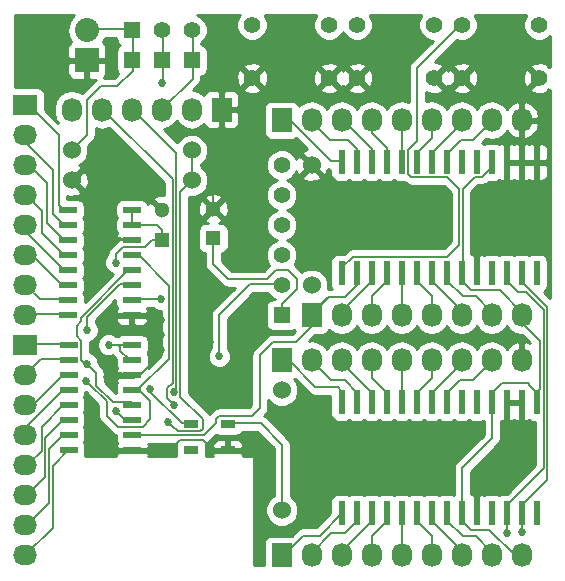
<source format=gtl>
G04 #@! TF.FileFunction,Copper,L1,Top,Signal*
%FSLAX46Y46*%
G04 Gerber Fmt 4.6, Leading zero omitted, Abs format (unit mm)*
G04 Created by KiCad (PCBNEW 4.0.2-stable) date Thursday, August 11, 2016 'amt' 12:54:17 am*
%MOMM*%
G01*
G04 APERTURE LIST*
%ADD10C,0.100000*%
%ADD11R,2.032000X2.032000*%
%ADD12O,2.032000X2.032000*%
%ADD13R,0.600000X2.000000*%
%ADD14R,1.300000X1.300000*%
%ADD15C,1.300000*%
%ADD16C,1.397000*%
%ADD17C,1.524000*%
%ADD18R,1.727200X2.032000*%
%ADD19O,1.727200X2.032000*%
%ADD20R,1.397000X1.397000*%
%ADD21R,1.300000X0.700000*%
%ADD22R,2.032000X1.727200*%
%ADD23O,2.032000X1.727200*%
%ADD24R,1.500000X0.600000*%
%ADD25C,0.685800*%
%ADD26C,0.152400*%
%ADD27C,0.254000*%
G04 APERTURE END LIST*
D10*
D11*
X6705600Y-4445000D03*
D12*
X6705600Y-1905000D03*
D13*
X28270200Y-22480000D03*
X29540200Y-22480000D03*
X30810200Y-22480000D03*
X32080200Y-22480000D03*
X33350200Y-22480000D03*
X34620200Y-22480000D03*
X35890200Y-22480000D03*
X37160200Y-22480000D03*
X38430200Y-22480000D03*
X39700200Y-22480000D03*
X40970200Y-22480000D03*
X42240200Y-22480000D03*
X43510200Y-22480000D03*
X44780200Y-22480000D03*
X44780200Y-13080000D03*
X43510200Y-13080000D03*
X42240200Y-13080000D03*
X40970200Y-13080000D03*
X39700200Y-13080000D03*
X38430200Y-13080000D03*
X37160200Y-13080000D03*
X35890200Y-13080000D03*
X34620200Y-13080000D03*
X33350200Y-13080000D03*
X32080200Y-13080000D03*
X30810200Y-13080000D03*
X29540200Y-13080000D03*
X28270200Y-13080000D03*
D14*
X17399000Y-19518000D03*
D15*
X17399000Y-17018000D03*
D16*
X27190700Y-1469000D03*
X27190700Y-5969000D03*
X20690700Y-1469000D03*
X20690700Y-5969000D03*
D14*
X13030200Y-19645000D03*
D15*
X13030200Y-17145000D03*
D13*
X28270200Y-42800000D03*
X29540200Y-42800000D03*
X30810200Y-42800000D03*
X32080200Y-42800000D03*
X33350200Y-42800000D03*
X34620200Y-42800000D03*
X35890200Y-42800000D03*
X37160200Y-42800000D03*
X38430200Y-42800000D03*
X39700200Y-42800000D03*
X40970200Y-42800000D03*
X42240200Y-42800000D03*
X43510200Y-42800000D03*
X44780200Y-42800000D03*
X44780200Y-33400000D03*
X43510200Y-33400000D03*
X42240200Y-33400000D03*
X40970200Y-33400000D03*
X39700200Y-33400000D03*
X38430200Y-33400000D03*
X37160200Y-33400000D03*
X35890200Y-33400000D03*
X34620200Y-33400000D03*
X33350200Y-33400000D03*
X32080200Y-33400000D03*
X30810200Y-33400000D03*
X29540200Y-33400000D03*
X28270200Y-33400000D03*
D17*
X5435600Y-14605000D03*
X15595600Y-14605000D03*
D18*
X18110200Y-8636000D03*
D19*
X15570200Y-8636000D03*
X13030200Y-8636000D03*
X10490200Y-8636000D03*
X7950200Y-8636000D03*
X5410200Y-8636000D03*
D17*
X25730200Y-23495000D03*
X25730200Y-13335000D03*
D20*
X10515600Y-4445000D03*
X13055600Y-4445000D03*
X15595600Y-4445000D03*
D21*
X15518200Y-35265000D03*
X15518200Y-37465000D03*
X18618200Y-37465000D03*
X18618200Y-35265000D03*
D22*
X1498600Y-8255000D03*
D23*
X1498600Y-10795000D03*
X1498600Y-13335000D03*
X1498600Y-15875000D03*
X1498600Y-18415000D03*
X1498600Y-20955000D03*
X1498600Y-23495000D03*
X1498600Y-26035000D03*
D22*
X1498600Y-28575000D03*
D23*
X1498600Y-31115000D03*
X1498600Y-33655000D03*
X1498600Y-36195000D03*
X1498600Y-38735000D03*
X1498600Y-41275000D03*
X1498600Y-43815000D03*
X1498600Y-46355000D03*
D18*
X23190200Y-9525000D03*
D19*
X25730200Y-9525000D03*
X28270200Y-9525000D03*
X30810200Y-9525000D03*
X33350200Y-9525000D03*
X35890200Y-9525000D03*
X38430200Y-9525000D03*
X40970200Y-9525000D03*
X43510200Y-9525000D03*
D18*
X25730200Y-26035000D03*
D19*
X28270200Y-26035000D03*
X30810200Y-26035000D03*
X33350200Y-26035000D03*
X35890200Y-26035000D03*
X38430200Y-26035000D03*
X40970200Y-26035000D03*
X43510200Y-26035000D03*
D18*
X23190200Y-29845000D03*
D19*
X25730200Y-29845000D03*
X28270200Y-29845000D03*
X30810200Y-29845000D03*
X33350200Y-29845000D03*
X35890200Y-29845000D03*
X38430200Y-29845000D03*
X40970200Y-29845000D03*
X43510200Y-29845000D03*
D18*
X23190200Y-46355000D03*
D19*
X25730200Y-46355000D03*
X28270200Y-46355000D03*
X30810200Y-46355000D03*
X33350200Y-46355000D03*
X35890200Y-46355000D03*
X38430200Y-46355000D03*
X40970200Y-46355000D03*
X43510200Y-46355000D03*
D17*
X23190200Y-32385000D03*
X23190200Y-42545000D03*
X5435600Y-12065000D03*
X15595600Y-12065000D03*
D20*
X23190200Y-26035000D03*
D16*
X23190200Y-23495000D03*
X23190200Y-20955000D03*
X23190200Y-18415000D03*
X23190200Y-15875000D03*
X23190200Y-13335000D03*
D20*
X10515600Y-1905000D03*
D16*
X13055600Y-1905000D03*
X15595600Y-1905000D03*
D24*
X5115600Y-17145000D03*
X5115600Y-18415000D03*
X5115600Y-19685000D03*
X5115600Y-20955000D03*
X5115600Y-22225000D03*
X5115600Y-23495000D03*
X5115600Y-24765000D03*
X5115600Y-26035000D03*
X10515600Y-26035000D03*
X10515600Y-24765000D03*
X10515600Y-23495000D03*
X10515600Y-22225000D03*
X10515600Y-20955000D03*
X10515600Y-19685000D03*
X10515600Y-18415000D03*
X10515600Y-17145000D03*
X5148600Y-28575000D03*
X5148600Y-29845000D03*
X5148600Y-31115000D03*
X5148600Y-32385000D03*
X5148600Y-33655000D03*
X5148600Y-34925000D03*
X5148600Y-36195000D03*
X5148600Y-37465000D03*
X10548600Y-37465000D03*
X10548600Y-36195000D03*
X10548600Y-34925000D03*
X10548600Y-33655000D03*
X10548600Y-32385000D03*
X10548600Y-31115000D03*
X10548600Y-29845000D03*
X10548600Y-28575000D03*
D16*
X36080700Y-1469000D03*
X36080700Y-5969000D03*
X29580700Y-1469000D03*
X29580700Y-5969000D03*
X44970700Y-1469000D03*
X44970700Y-5969000D03*
X38470700Y-1469000D03*
X38470700Y-5969000D03*
D25*
X8763000Y-5461000D03*
X8763000Y-3048000D03*
X8763000Y-4318000D03*
X32131000Y-28067000D03*
X37211000Y-28067000D03*
X27051000Y-28067000D03*
X21844000Y-27432000D03*
X8000996Y-35433000D03*
X6858000Y-33147004D03*
X7238992Y-34417000D03*
X8763000Y-25527000D03*
X7874004Y-29972000D03*
X8382000Y-31241998D03*
X8636001Y-26797000D03*
X15621000Y-30099000D03*
X17145000Y-28321000D03*
X17145000Y-33782000D03*
X17145000Y-32004000D03*
X15621000Y-32004000D03*
X40005000Y-40005000D03*
X38989000Y-35687000D03*
X36576000Y-40005000D03*
X36576000Y-37846000D03*
X33909000Y-37846002D03*
X31242000Y-37846000D03*
X28321000Y-37846000D03*
X25400000Y-42164000D03*
X25400000Y-40005000D03*
X28321000Y-40005000D03*
X31242000Y-40005000D03*
X33909000Y-40005000D03*
X25400000Y-37846000D03*
X23495000Y-34671000D03*
X25400000Y-33401000D03*
X25400000Y-35687000D03*
X28321000Y-35687000D03*
X31242000Y-35687000D03*
X33909000Y-35687000D03*
X36576000Y-35687000D03*
X44196000Y-37846000D03*
X42291000Y-37846000D03*
X42290998Y-40005000D03*
X42291000Y-35687000D03*
X44196002Y-35687000D03*
X43433998Y-28067000D03*
X26670000Y-21717002D03*
X29591000Y-19685000D03*
X32004000Y-17526000D03*
X32004000Y-19685000D03*
X34417000Y-19685000D03*
X34417000Y-17526000D03*
X34417000Y-15621000D03*
X36576000Y-15621000D03*
X36576000Y-17526000D03*
X36576000Y-19685000D03*
X40767000Y-19685000D03*
X42799000Y-19685000D03*
X44831000Y-19685000D03*
X44831000Y-17526000D03*
X42799000Y-17526000D03*
X40767000Y-17526000D03*
X40767000Y-15621000D03*
X42799000Y-15621000D03*
X44831000Y-15621000D03*
X42291000Y-11049000D03*
X45465998Y-8001000D03*
X45465998Y-11049000D03*
X37338004Y-4572000D03*
X37338000Y-7620000D03*
X30861000Y-7366000D03*
X28321000Y-7366000D03*
X45466000Y-9524994D03*
X42799000Y-7112000D03*
X40767000Y-7112002D03*
X44831004Y-3429000D03*
X42799000Y-5207000D03*
X40767000Y-5207000D03*
X38735000Y-3429000D03*
X40767000Y-1651000D03*
X40767000Y-3429000D03*
X42799000Y-3429000D03*
X42799000Y-1651000D03*
X33909000Y-1651000D03*
X33909000Y-3556000D03*
X31877000Y-1651000D03*
X24892000Y-19812000D03*
X24765000Y-17017996D03*
X26543000Y-16764000D03*
X26416000Y-18415000D03*
X28321000Y-16764000D03*
X30099000Y-15113000D03*
X28320996Y-15113000D03*
X26543000Y-15113002D03*
X24765002Y-15113000D03*
X15621000Y-28321000D03*
X16891000Y-25908000D03*
X15621000Y-25908000D03*
X15621004Y-24257000D03*
X16891000Y-24257002D03*
X16891000Y-22606000D03*
X15621000Y-22606000D03*
X8001000Y-22733000D03*
X6858000Y-23875994D03*
X6858002Y-21590000D03*
X8890000Y-10922000D03*
X7366000Y-16383000D03*
X7366002Y-14605000D03*
X8890002Y-14605000D03*
X10541000Y-14605000D03*
X10541000Y-12700000D03*
X8890000Y-12700000D03*
X7366000Y-12699996D03*
X15621004Y-18415000D03*
X15621002Y-16637000D03*
X19558000Y-19050000D03*
X20955000Y-18160998D03*
X19558000Y-17145000D03*
X21209000Y-21971000D03*
X19557998Y-21971000D03*
X18034000Y-13208000D03*
X18034000Y-15113000D03*
X18034000Y-11430000D03*
X14224000Y-10541000D03*
X16510004Y-10541000D03*
X29591000Y-3556000D03*
X27432012Y-3556000D03*
X21082000Y-3556000D03*
X25273002Y-3556000D03*
X23114000Y-3556000D03*
X23114000Y-7239002D03*
X25272992Y-7239000D03*
X23113998Y-5461000D03*
X25273000Y-5461004D03*
X23113996Y-1651000D03*
X25273000Y-1651004D03*
X20955000Y-10160000D03*
X20955000Y-12064996D03*
X23114000Y-11557000D03*
X20955000Y-14224000D03*
X20955000Y-8255000D03*
X18034000Y-1270000D03*
X18034000Y-2794000D03*
X18033992Y-4318000D03*
X18034000Y-5842000D03*
X12954002Y-15367000D03*
X13843000Y-37719000D03*
X12573012Y-37719000D03*
X8890000Y-37719000D03*
X7874000Y-37719000D03*
X9779000Y-27305000D03*
X11049000Y-27305000D03*
X12954000Y-27686002D03*
X12954008Y-26416000D03*
X12954000Y-28956000D03*
X6858000Y-37719000D03*
X3683000Y-7873994D03*
X6350000Y-6604000D03*
X4699000Y-6096000D03*
X1142996Y-6096000D03*
X2921000Y-1143000D03*
X2921000Y-6096000D03*
X2921000Y-4318000D03*
X2921000Y-2794000D03*
X4699000Y-2794000D03*
X4699000Y-4318000D03*
X1143004Y-2794000D03*
X33401000Y-5461000D03*
X33401000Y-7366000D03*
X4699002Y-1143000D03*
X1143000Y-4318000D03*
X1143000Y-1143000D03*
X17018016Y-37719000D03*
X16510000Y-6731000D03*
X13589000Y-35052000D03*
X8532122Y-28551884D03*
X9143996Y-21590000D03*
X14033488Y-32512000D03*
X14033490Y-33655000D03*
X12065000Y-32321500D03*
X13081000Y-6413500D03*
X12954008Y-24701500D03*
X17907000Y-29527500D03*
X6731000Y-27305000D03*
X9173478Y-34163010D03*
X6731002Y-30162500D03*
X6640848Y-31576848D03*
X42291000Y-44450000D03*
X43561000Y-44386500D03*
D26*
X8763000Y-4318000D02*
X8763000Y-5461000D01*
X8763000Y-4318000D02*
X8763000Y-3048000D01*
X21844000Y-27432000D02*
X17272000Y-32004000D01*
X17272000Y-32004000D02*
X17145000Y-32004000D01*
X7493000Y-35409937D02*
X7516063Y-35433000D01*
X7493000Y-35306000D02*
X7493000Y-35409937D01*
X7516063Y-35433000D02*
X8000996Y-35433000D01*
X8343895Y-35775899D02*
X8000996Y-35433000D01*
X8343901Y-35775899D02*
X8343895Y-35775899D01*
X6858000Y-33631937D02*
X6858000Y-33147004D01*
X6858000Y-34036008D02*
X6858000Y-33631937D01*
X7238992Y-34417000D02*
X6858000Y-34036008D01*
X7238992Y-34901933D02*
X7238992Y-34417000D01*
X7238992Y-35051992D02*
X7238992Y-34901933D01*
X7493000Y-35306000D02*
X7238992Y-35051992D01*
X8763000Y-26011933D02*
X8763000Y-25527000D01*
X8763000Y-26492202D02*
X8763000Y-26011933D01*
X8851899Y-26581101D02*
X8763000Y-26492202D01*
X20690700Y-5969000D02*
X21844000Y-4815700D01*
X21844000Y-4815700D02*
X21844000Y-4318000D01*
X21844000Y-4318000D02*
X21082000Y-3556000D01*
X16510000Y-6731000D02*
X17780000Y-6731000D01*
X17780000Y-6731000D02*
X18034000Y-6985000D01*
X18034000Y-6985000D02*
X18034000Y-11430000D01*
X10515600Y-26035000D02*
X10541000Y-26060400D01*
X10541000Y-26060400D02*
X10541000Y-26797000D01*
X10541000Y-26797000D02*
X11430002Y-27686002D01*
X11430002Y-27686002D02*
X12954000Y-27686002D01*
X8382000Y-31241998D02*
X8382000Y-30734000D01*
X8382000Y-30734000D02*
X7874004Y-30226004D01*
X7874004Y-30226004D02*
X7874004Y-29972000D01*
X8866933Y-31241998D02*
X8382000Y-31241998D01*
X10408902Y-31241998D02*
X8866933Y-31241998D01*
X10599400Y-31051500D02*
X10408902Y-31241998D01*
X8636001Y-26796999D02*
X8636001Y-26797000D01*
X8851899Y-26581101D02*
X8636001Y-26796999D01*
X15621000Y-29845000D02*
X15621000Y-30099000D01*
X17145000Y-28321000D02*
X15621000Y-29845000D01*
X15621000Y-32004000D02*
X15621000Y-30099000D01*
X15621000Y-28321000D02*
X15621000Y-30099000D01*
X17145000Y-32004000D02*
X17145000Y-33782000D01*
X40347899Y-39662101D02*
X40005000Y-40005000D01*
X41948101Y-38061901D02*
X40347899Y-39662101D01*
X39700200Y-40309800D02*
X40005000Y-40005000D01*
X39700200Y-42800000D02*
X39700200Y-40309800D01*
X36576000Y-35687000D02*
X38989000Y-35687000D01*
X36576000Y-38735000D02*
X36576000Y-40005000D01*
X36703000Y-38608000D02*
X36576000Y-38735000D01*
X36576000Y-38481000D02*
X36576000Y-37846000D01*
X36703000Y-38608000D02*
X36576000Y-38481000D01*
X31115000Y-37846000D02*
X31115002Y-37846002D01*
X31115002Y-37846002D02*
X33909000Y-37846002D01*
X25400000Y-37846000D02*
X28194000Y-37846000D01*
X25400000Y-40005000D02*
X25400000Y-42164000D01*
X23876000Y-44196000D02*
X24638000Y-43434000D01*
X24638000Y-43434000D02*
X25019000Y-43053000D01*
X25400000Y-42164000D02*
X25057101Y-42506899D01*
X25057101Y-42506899D02*
X25057101Y-43014899D01*
X25057101Y-43014899D02*
X24638000Y-43434000D01*
X23876000Y-44196000D02*
X23876000Y-43942000D01*
X25057101Y-42760899D02*
X25057101Y-42506899D01*
X28194000Y-40005000D02*
X25400000Y-40005000D01*
X36703000Y-38227000D02*
X36703000Y-38608000D01*
X25400000Y-37846000D02*
X25400000Y-35687000D01*
X23749000Y-44323000D02*
X23876000Y-44196000D01*
X33909000Y-40005000D02*
X31115000Y-40005000D01*
X25400000Y-33401000D02*
X24765000Y-33401000D01*
X24765000Y-33401000D02*
X23495000Y-34671000D01*
X28194000Y-35687000D02*
X25400000Y-35687000D01*
X33909000Y-35687000D02*
X31115000Y-35687000D01*
X23749000Y-44323000D02*
X23876000Y-44323000D01*
X22352000Y-44323000D02*
X23749000Y-44323000D01*
X21463000Y-43434000D02*
X22352000Y-44323000D01*
X21463000Y-37465000D02*
X21463000Y-43434000D01*
X18618200Y-37465000D02*
X21463000Y-37465000D01*
X17564101Y-37376101D02*
X17653000Y-37465000D01*
X17653000Y-37465000D02*
X18618200Y-37465000D01*
X17018016Y-37719000D02*
X17360915Y-37376101D01*
X17360915Y-37376101D02*
X17564101Y-37376101D01*
X17018016Y-37719000D02*
X17272016Y-37465000D01*
X44196000Y-38099998D02*
X44196000Y-37846000D01*
X42290998Y-40005000D02*
X44196000Y-38099998D01*
X42164002Y-37846000D02*
X42291000Y-37846000D01*
X41948101Y-38061901D02*
X42164002Y-37846000D01*
X42291000Y-37338000D02*
X42291000Y-37846000D01*
X42291000Y-35687000D02*
X42291000Y-37338000D01*
X41275000Y-38735000D02*
X41948101Y-38061901D01*
X43510200Y-35001198D02*
X44196002Y-35687000D01*
X43510200Y-33400000D02*
X43510200Y-35001198D01*
X42926000Y-28067000D02*
X43433998Y-28067000D01*
X42799000Y-27940000D02*
X42926000Y-28067000D01*
X26454099Y-21374101D02*
X26670000Y-21590002D01*
X26796998Y-21717002D02*
X26670000Y-21717002D01*
X26670000Y-21590002D02*
X26670000Y-21717002D01*
X27012899Y-21501101D02*
X26796998Y-21717002D01*
X26924000Y-21336000D02*
X27012899Y-21424899D01*
X27012899Y-21424899D02*
X27012899Y-21501101D01*
X29083000Y-19431000D02*
X27012899Y-21501101D01*
X25019000Y-19939002D02*
X26454099Y-21374101D01*
X25234899Y-20154901D02*
X26454099Y-21374101D01*
X25019000Y-19812000D02*
X25019000Y-19939002D01*
X29591000Y-19431000D02*
X29083000Y-19431000D01*
X24892000Y-19812000D02*
X25234899Y-20154901D01*
X44780200Y-13080000D02*
X44780200Y-15570200D01*
X44780200Y-15570200D02*
X44831000Y-15621000D01*
X32004000Y-19685000D02*
X32004000Y-17526000D01*
X34417000Y-17526000D02*
X34417000Y-19685000D01*
X36576000Y-15621000D02*
X34417000Y-15621000D01*
X36576000Y-19685000D02*
X36576000Y-17526000D01*
X42799000Y-19685000D02*
X40767000Y-19685000D01*
X44831000Y-17526000D02*
X44831000Y-19685000D01*
X40767000Y-17526000D02*
X42799000Y-17526000D01*
X42799000Y-15621000D02*
X40767000Y-15621000D01*
X44780200Y-13080000D02*
X44780200Y-15316200D01*
X43561000Y-11176000D02*
X43434000Y-11303000D01*
X43434000Y-11303000D02*
X43029933Y-11303000D01*
X43029933Y-11303000D02*
X42775933Y-11049000D01*
X42775933Y-11049000D02*
X42291000Y-11049000D01*
X43510200Y-9525000D02*
X43510200Y-10845800D01*
X43307000Y-11049000D02*
X42291000Y-11049000D01*
X43510200Y-10845800D02*
X43307000Y-11049000D01*
X42799000Y-7112000D02*
X43815000Y-7112000D01*
X43815000Y-7112000D02*
X44196000Y-7493000D01*
X44196000Y-7493000D02*
X44957998Y-7493000D01*
X44957998Y-7493000D02*
X45465998Y-8001000D01*
X45466000Y-9524994D02*
X45466000Y-11048998D01*
X45466000Y-11048998D02*
X45465998Y-11049000D01*
X39750998Y-7620000D02*
X37338000Y-7620000D01*
X37338004Y-4572000D02*
X36080700Y-5829304D01*
X36080700Y-5829304D02*
X36080700Y-5969000D01*
X36080700Y-5969000D02*
X37338000Y-7226300D01*
X37338000Y-7226300D02*
X37338000Y-7620000D01*
X40767000Y-7112002D02*
X40259002Y-7620000D01*
X37822933Y-7620000D02*
X37338000Y-7620000D01*
X37680903Y-4229101D02*
X37338004Y-4572000D01*
X38138101Y-3771901D02*
X37680903Y-4229101D01*
X38735000Y-3429000D02*
X37592000Y-4572000D01*
X37592000Y-4572000D02*
X37338004Y-4572000D01*
X30861000Y-7366000D02*
X28321000Y-7366000D01*
X25272992Y-7239000D02*
X25653992Y-7620000D01*
X25653992Y-7620000D02*
X28067000Y-7620000D01*
X28067000Y-7620000D02*
X28321000Y-7366000D01*
X42799000Y-5207000D02*
X44208700Y-5207000D01*
X44208700Y-5207000D02*
X44970700Y-5969000D01*
X42799000Y-5207000D02*
X42799000Y-7112000D01*
X42799000Y-1651000D02*
X42799000Y-3429000D01*
X44831004Y-3429000D02*
X42799000Y-3429000D01*
X42798998Y-7112002D02*
X42799000Y-7112000D01*
X40767000Y-7112002D02*
X42798998Y-7112002D01*
X40767000Y-5207000D02*
X40767000Y-7112002D01*
X44069000Y-4191004D02*
X44831004Y-3429000D01*
X44069000Y-4953000D02*
X44069000Y-4191004D01*
X43791933Y-4953000D02*
X44069000Y-4953000D01*
X43537933Y-5207000D02*
X42799000Y-5207000D01*
X43791933Y-4953000D02*
X43537933Y-5207000D01*
X42545000Y-5207000D02*
X42799000Y-5207000D01*
X40767000Y-3429000D02*
X42545000Y-5207000D01*
X45021500Y-5905500D02*
X44069000Y-4953000D01*
X38392099Y-3771901D02*
X38735000Y-3429000D01*
X38138101Y-3771901D02*
X38392099Y-3771901D01*
X40767000Y-2262933D02*
X40767000Y-1651000D01*
X40386000Y-1270000D02*
X40767000Y-1651000D01*
X40386000Y-1143000D02*
X40386000Y-1270000D01*
X41021000Y-2516933D02*
X40767000Y-2262933D01*
X36703000Y-7493000D02*
X40767000Y-3429000D01*
X35687000Y-7493000D02*
X36703000Y-7493000D01*
X40767000Y-2770933D02*
X40767000Y-3429000D01*
X41021000Y-2516933D02*
X40767000Y-2770933D01*
X41933067Y-3429000D02*
X42799000Y-3429000D01*
X41021000Y-2516933D02*
X41933067Y-3429000D01*
X44196000Y-3048000D02*
X42799000Y-1651000D01*
X33909000Y-3556000D02*
X33909000Y-1651000D01*
X33909000Y-4953000D02*
X33909000Y-3556000D01*
X33401000Y-5461000D02*
X33909000Y-4953000D01*
X34290000Y-1270000D02*
X33909000Y-1651000D01*
X34290000Y-1143006D02*
X34290000Y-1270000D01*
X32385000Y-1651000D02*
X31877000Y-1651000D01*
X32893000Y-2159000D02*
X32385000Y-1651000D01*
X32893000Y-2794000D02*
X32893000Y-2159000D01*
X32893000Y-2667000D02*
X32893000Y-2159000D01*
X24765000Y-19685000D02*
X24892000Y-19812000D01*
X24765000Y-17017996D02*
X24765000Y-19685000D01*
X26543000Y-15113002D02*
X26543000Y-16764000D01*
X26670000Y-18415000D02*
X26416000Y-18415000D01*
X28321000Y-16764000D02*
X26670000Y-18415000D01*
X28575000Y-15113000D02*
X30099000Y-15113000D01*
X28575000Y-15113000D02*
X28320996Y-15113000D01*
X26542998Y-15113000D02*
X26543000Y-15113002D01*
X28574998Y-15113002D02*
X26543000Y-15113002D01*
X24765002Y-15113000D02*
X26542998Y-15113000D01*
X28575000Y-15113000D02*
X28574998Y-15113002D01*
X16891000Y-27051000D02*
X15621000Y-28321000D01*
X16891000Y-25908000D02*
X16891000Y-27051000D01*
X15621000Y-28829000D02*
X15621000Y-28321000D01*
X16129000Y-29337000D02*
X15621000Y-28829000D01*
X15621000Y-25908000D02*
X16891000Y-25908000D01*
X15621000Y-22606000D02*
X15621000Y-24256996D01*
X15621000Y-24256996D02*
X15621004Y-24257000D01*
X16891000Y-22606000D02*
X16891000Y-24257002D01*
X16891000Y-24257000D02*
X16891000Y-22606000D01*
X17018000Y-24384000D02*
X16891000Y-24257000D01*
X8001000Y-20002500D02*
X8001000Y-22733000D01*
X8699500Y-19304000D02*
X8001000Y-20002500D01*
X6858002Y-23875992D02*
X6858000Y-23875994D01*
X6858002Y-21590000D02*
X6858002Y-23875992D01*
X6858002Y-16890998D02*
X6858002Y-21590000D01*
X7366000Y-16383000D02*
X6858002Y-16890998D01*
X8890000Y-11175996D02*
X8890000Y-10922000D01*
X7366000Y-12699996D02*
X8890000Y-11175996D01*
X7366002Y-14605000D02*
X7366002Y-16382998D01*
X7366002Y-16382998D02*
X7366000Y-16383000D01*
X8890000Y-12700000D02*
X8890000Y-14604998D01*
X8890000Y-14604998D02*
X8890002Y-14605000D01*
X12954002Y-15367000D02*
X11303000Y-15367000D01*
X11303000Y-15367000D02*
X10541000Y-14605000D01*
X9651996Y-12700000D02*
X10541000Y-12700000D01*
X8889996Y-11938000D02*
X9651996Y-12700000D01*
X8636000Y-14605000D02*
X8890000Y-14351000D01*
X8890000Y-14351000D02*
X8890000Y-12700000D01*
X5613396Y-14452600D02*
X7366000Y-12699996D01*
X5486400Y-14452600D02*
X5613396Y-14452600D01*
X5486400Y-14541500D02*
X5486400Y-14452600D01*
X15621002Y-18414998D02*
X15621004Y-18415000D01*
X15621002Y-16637000D02*
X15621002Y-18414998D01*
X20955000Y-18160998D02*
X20447002Y-18160998D01*
X20447002Y-18160998D02*
X19558000Y-19050000D01*
X21209000Y-20193000D02*
X21209000Y-21971000D01*
X21463000Y-19939000D02*
X21209000Y-20193000D01*
X21463000Y-19939000D02*
X21463000Y-20065998D01*
X21463000Y-20065998D02*
X19557998Y-21971000D01*
X20320000Y-21971000D02*
X19557998Y-21971000D01*
X20955000Y-17780000D02*
X20955000Y-18160998D01*
X18034000Y-15621000D02*
X19558000Y-17145000D01*
X18034000Y-15113000D02*
X18034000Y-15621000D01*
X18034000Y-12723067D02*
X18034000Y-13208000D01*
X15851933Y-10541000D02*
X18034000Y-12723067D01*
X14224000Y-10541000D02*
X15851933Y-10541000D01*
X18034000Y-11938000D02*
X18034000Y-13208000D01*
X17526000Y-15621000D02*
X18034000Y-15113000D01*
X17399000Y-15621000D02*
X17526000Y-15621000D01*
X17145000Y-10541000D02*
X18034000Y-11430000D01*
X16510004Y-10541000D02*
X17145000Y-10541000D01*
X27432012Y-3556000D02*
X29591000Y-3556000D01*
X25273000Y-3556002D02*
X25273002Y-3556000D01*
X25273000Y-5461004D02*
X25273000Y-3556002D01*
X23114000Y-3556000D02*
X25273002Y-3556000D01*
X25272992Y-7239000D02*
X23114002Y-7239000D01*
X23114002Y-7239000D02*
X23114000Y-7239002D01*
X23114000Y-1651004D02*
X23113996Y-1651000D01*
X25273000Y-1651004D02*
X23114000Y-1651004D01*
X25272996Y-1651000D02*
X23113996Y-1651000D01*
X20955000Y-8255000D02*
X20955000Y-10160000D01*
X20955000Y-14224000D02*
X20955000Y-12064996D01*
X23114000Y-11557000D02*
X23952200Y-11557000D01*
X23952200Y-11557000D02*
X25730200Y-13335000D01*
X20690700Y-5969000D02*
X21389199Y-5270501D01*
X21389199Y-5270501D02*
X21389199Y-5257801D01*
X21389199Y-5257801D02*
X20741500Y-5905500D01*
X18034000Y-1270000D02*
X20828000Y-4064000D01*
X20828000Y-4064000D02*
X20828000Y-4191000D01*
X18033992Y-4318000D02*
X18033992Y-2794008D01*
X18033992Y-2794008D02*
X18034000Y-2794000D01*
X18110200Y-4394208D02*
X18033992Y-4318000D01*
X18110200Y-8636000D02*
X18110200Y-4394208D01*
X17549067Y-5842000D02*
X18034000Y-5842000D01*
X17526000Y-5818933D02*
X17549067Y-5842000D01*
X17526000Y-5715000D02*
X17526000Y-5818933D01*
X17526000Y-5715000D02*
X16510000Y-6731000D01*
X16510000Y-6731000D02*
X18034000Y-5207000D01*
X17907000Y-5969000D02*
X17526000Y-5588000D01*
X17526000Y-5588000D02*
X17526000Y-5715000D01*
X17399000Y-14478004D02*
X18034000Y-13843004D01*
X17399000Y-17018000D02*
X17399000Y-14478004D01*
X17399000Y-37465000D02*
X16510000Y-36576000D01*
X16510000Y-36576000D02*
X14605000Y-36576000D01*
X14185899Y-37376101D02*
X13843000Y-37719000D01*
X14605000Y-36576000D02*
X14185899Y-36995101D01*
X14185899Y-36995101D02*
X14185899Y-37376101D01*
X13843000Y-37211000D02*
X13843000Y-37719000D01*
X13716000Y-37084000D02*
X13843000Y-37211000D01*
X13081000Y-37719000D02*
X13843000Y-37719000D01*
X12827000Y-37719000D02*
X13843000Y-37719000D01*
X12827000Y-37719000D02*
X12573012Y-37719000D01*
X8890000Y-36321998D02*
X8890000Y-37719000D01*
X8343901Y-35775899D02*
X8890000Y-36321998D01*
X10599400Y-37401500D02*
X9334500Y-37401500D01*
X9334500Y-37401500D02*
X8343901Y-36410901D01*
X8343901Y-36410901D02*
X8343901Y-35775899D01*
X9398000Y-26924000D02*
X9779000Y-27305000D01*
X8636000Y-26924000D02*
X9398000Y-26924000D01*
X10566400Y-25971500D02*
X10541000Y-25996900D01*
X10541000Y-25996900D02*
X10541000Y-26797000D01*
X10541000Y-26797000D02*
X11049000Y-27305000D01*
X12954000Y-26416008D02*
X12954008Y-26416000D01*
X12954000Y-28956000D02*
X12954000Y-26416008D01*
X39751000Y-42736500D02*
X39562325Y-42547825D01*
X43307000Y-38608000D02*
X44069000Y-37846000D01*
X43307000Y-39243000D02*
X43307000Y-38608000D01*
X42672000Y-36957000D02*
X43053000Y-36576000D01*
X42291000Y-36957000D02*
X42672000Y-36957000D01*
X42291000Y-36957000D02*
X42291000Y-37338000D01*
X21590000Y-19812000D02*
X21590000Y-14986000D01*
X21463000Y-19939000D02*
X21590000Y-19812000D01*
X20828000Y-4191000D02*
X20955000Y-4318000D01*
X3683000Y-7112000D02*
X3683000Y-7873994D01*
X4699000Y-6096000D02*
X3683000Y-7112000D01*
X6756400Y-6197600D02*
X6350000Y-6604000D01*
X6756400Y-4381500D02*
X6756400Y-6197600D01*
X2921000Y-6096000D02*
X1142996Y-6096000D01*
X1143000Y-1143000D02*
X2921000Y-1143000D01*
X2921000Y-2794000D02*
X2921000Y-4318000D01*
X17653000Y-17145000D02*
X17526000Y-17272000D01*
X10566400Y-25971500D02*
X9461500Y-25971500D01*
X9461500Y-25971500D02*
X8851899Y-26581101D01*
X12001506Y-37401500D02*
X12446000Y-37845994D01*
X13104067Y-37846000D02*
X13104061Y-37845994D01*
X12192000Y-37719000D02*
X13081000Y-37719000D01*
X13104061Y-37845994D02*
X12446000Y-37845994D01*
X12954000Y-37846000D02*
X13104067Y-37846000D01*
X10599400Y-37401500D02*
X12001506Y-37401500D01*
X13081000Y-37719000D02*
X13081000Y-37822933D01*
X13081000Y-37822933D02*
X13104067Y-37846000D01*
X12827000Y-37719000D02*
X12954000Y-37846000D01*
X30838000Y-4699000D02*
X30861000Y-4699000D01*
X29631500Y-5905500D02*
X30838000Y-4699000D01*
X30988000Y-4826000D02*
X30861000Y-4699000D01*
X30861000Y-4826000D02*
X30861000Y-4699000D01*
X33401000Y-7366000D02*
X30861000Y-4826000D01*
X37719002Y-4191000D02*
X38138101Y-3771901D01*
X37338000Y-4191000D02*
X37719002Y-4191000D01*
X45466000Y-3048000D02*
X44196000Y-3048000D01*
X44196000Y-3175000D02*
X44196000Y-3048000D01*
X44831000Y-14478000D02*
X45339000Y-14986000D01*
X44831000Y-13016500D02*
X44831000Y-14478000D01*
X6858000Y-37846000D02*
X7493000Y-37211000D01*
X7493000Y-37211000D02*
X7493000Y-35306000D01*
X13081000Y-37719000D02*
X12827000Y-37719000D01*
X4699002Y-2793998D02*
X4699000Y-2794000D01*
X4699002Y-1143000D02*
X4699002Y-2793998D01*
X4762500Y-4381500D02*
X4699000Y-4318000D01*
X6756400Y-4381500D02*
X4762500Y-4381500D01*
X1143000Y-2794004D02*
X1143004Y-2794000D01*
X1143000Y-4318000D02*
X1143000Y-2794004D01*
X5486400Y-14452600D02*
X5486400Y-14198598D01*
X12509500Y-37401500D02*
X12827000Y-37719000D01*
X10599400Y-37401500D02*
X12509500Y-37401500D01*
X10566400Y-25971500D02*
X10566400Y-26949400D01*
X10566400Y-26949400D02*
X10922000Y-27305000D01*
X10922000Y-27305000D02*
X12065000Y-27305000D01*
X12065000Y-27305000D02*
X12319000Y-27559000D01*
X12319000Y-27559000D02*
X12319000Y-29972000D01*
X12319000Y-29972000D02*
X11239500Y-31051500D01*
X11239500Y-31051500D02*
X10599400Y-31051500D01*
X28552000Y-4826000D02*
X28321000Y-4826000D01*
X28321000Y-4826000D02*
X27241500Y-5905500D01*
X29631500Y-5905500D02*
X28552000Y-4826000D01*
X10566400Y-25971500D02*
X9664000Y-25971500D01*
X10599400Y-31051500D02*
X9697000Y-31051500D01*
X9697000Y-31051500D02*
X9570000Y-30924500D01*
X9570000Y-30924500D02*
X9080500Y-30924500D01*
X8699500Y-19304000D02*
X8699500Y-16065500D01*
X8890000Y-19494500D02*
X8699500Y-19304000D01*
X9537000Y-19494500D02*
X8890000Y-19494500D01*
X10566400Y-19621500D02*
X9664000Y-19621500D01*
X9664000Y-19621500D02*
X9537000Y-19494500D01*
X9080500Y-30924500D02*
X8890000Y-30734000D01*
X43561000Y-13016500D02*
X42291000Y-13016500D01*
X44831000Y-13016500D02*
X43561000Y-13016500D01*
X1549400Y-10731500D02*
X1549400Y-11493500D01*
X4716400Y-18351500D02*
X5166400Y-18351500D01*
X1549400Y-11493500D02*
X3810000Y-13754100D01*
X3810000Y-13754100D02*
X3810000Y-17445100D01*
X3810000Y-17445100D02*
X4716400Y-18351500D01*
X9271000Y-6667500D02*
X7874000Y-6667500D01*
X7874000Y-6667500D02*
X6731000Y-7810500D01*
X6731000Y-7810500D02*
X6731000Y-10756900D01*
X10566400Y-4381500D02*
X10566400Y-5372100D01*
X10566400Y-5372100D02*
X9271000Y-6667500D01*
X6731000Y-10756900D02*
X5486400Y-12001500D01*
X10566400Y-1841500D02*
X10566400Y-4381500D01*
X6756400Y-1841500D02*
X10566400Y-1841500D01*
X1549400Y-15811500D02*
X1549400Y-15836900D01*
X1549400Y-15836900D02*
X2921000Y-17208500D01*
X2921000Y-17208500D02*
X2921000Y-19096100D01*
X2921000Y-19096100D02*
X4716400Y-20891500D01*
X4716400Y-20891500D02*
X5166400Y-20891500D01*
X1549400Y-18351500D02*
X1549400Y-18994500D01*
X1549400Y-18994500D02*
X4716400Y-22161500D01*
X4716400Y-22161500D02*
X5166400Y-22161500D01*
X1549400Y-20891500D02*
X1930400Y-20891500D01*
X1930400Y-20891500D02*
X4470400Y-23431500D01*
X4470400Y-23431500D02*
X5166400Y-23431500D01*
X1549400Y-31051500D02*
X2819400Y-29781500D01*
X2819400Y-29781500D02*
X5199400Y-29781500D01*
X1549400Y-36131500D02*
X1549400Y-35521500D01*
X1549400Y-35521500D02*
X4749400Y-32321500D01*
X4749400Y-32321500D02*
X5199400Y-32321500D01*
X1701800Y-38671500D02*
X1549400Y-38671500D01*
X2870189Y-37503111D02*
X1701800Y-38671500D01*
X4749400Y-33591500D02*
X2870189Y-35470711D01*
X5199400Y-33591500D02*
X4749400Y-33591500D01*
X2870189Y-35470711D02*
X2870189Y-37503111D01*
X3175000Y-39738300D02*
X1701800Y-41211500D01*
X5199400Y-34861500D02*
X4749400Y-34861500D01*
X4749400Y-34861500D02*
X3175000Y-36435900D01*
X3175000Y-36435900D02*
X3175000Y-39738300D01*
X1701800Y-41211500D02*
X1549400Y-41211500D01*
X15621000Y-14605000D02*
X14605000Y-15621000D01*
X16510000Y-35636934D02*
X16303333Y-35843601D01*
X14605000Y-15621000D02*
X14605000Y-32940318D01*
X14605000Y-32940318D02*
X16510000Y-34845318D01*
X16510000Y-34845318D02*
X16510000Y-35636934D01*
X16303333Y-35843601D02*
X14380601Y-35843601D01*
X14380601Y-35843601D02*
X13931899Y-35394899D01*
X13931899Y-35394899D02*
X13589000Y-35052000D01*
X15595600Y-12065000D02*
X15621000Y-12090400D01*
X15621000Y-12090400D02*
X15621000Y-14579600D01*
X15621000Y-14579600D02*
X15595600Y-14605000D01*
X38481000Y-22416500D02*
X38481000Y-23177500D01*
X38481000Y-23177500D02*
X39243000Y-23939500D01*
X43561000Y-25819100D02*
X43561000Y-26733500D01*
X39243000Y-23939500D02*
X41681400Y-23939500D01*
X41681400Y-23939500D02*
X43561000Y-25819100D01*
X43561000Y-26733500D02*
X45085000Y-28257500D01*
X45085000Y-28257500D02*
X45085000Y-32258000D01*
X45085000Y-32258000D02*
X44704000Y-32639000D01*
X44704000Y-32639000D02*
X44704000Y-32509500D01*
X44780200Y-33400000D02*
X44780200Y-32842200D01*
X44780200Y-32842200D02*
X44704000Y-32766000D01*
X44704000Y-32766000D02*
X44704000Y-32509500D01*
X44704000Y-32509500D02*
X44198500Y-32004000D01*
X44198500Y-32004000D02*
X44008000Y-31813500D01*
X10599400Y-29781500D02*
X10223500Y-29781500D01*
X10223500Y-29781500D02*
X9525000Y-29083000D01*
X9525000Y-29083000D02*
X9525000Y-28702000D01*
X9525000Y-28702000D02*
X9374884Y-28551884D01*
X9374884Y-28551884D02*
X8532122Y-28551884D01*
X10548600Y-28575000D02*
X8555238Y-28575000D01*
X8555238Y-28575000D02*
X8532122Y-28551884D01*
X10515600Y-18415000D02*
X12602600Y-18415000D01*
X12602600Y-18415000D02*
X13030200Y-18842600D01*
X13030200Y-18842600D02*
X13030200Y-19645000D01*
X9738567Y-20256500D02*
X11616300Y-20256500D01*
X11616300Y-20256500D02*
X12227800Y-19645000D01*
X12227800Y-19645000D02*
X13030200Y-19645000D01*
X9738567Y-20256500D02*
X9143996Y-20851071D01*
X9143996Y-20851071D02*
X9143996Y-21590000D01*
X10515600Y-17145000D02*
X10515600Y-18415000D01*
X41021000Y-32636500D02*
X41021000Y-36449000D01*
X38481000Y-43497500D02*
X39179500Y-44196000D01*
X44008000Y-31813500D02*
X41844000Y-31813500D01*
X41844000Y-31813500D02*
X41021000Y-32636500D01*
X38481000Y-38989000D02*
X38481000Y-43497500D01*
X41021000Y-36449000D02*
X38481000Y-38989000D01*
X39179500Y-44196000D02*
X40767000Y-44196000D01*
X40767000Y-44196000D02*
X42862500Y-46291500D01*
X42862500Y-46291500D02*
X43561000Y-46291500D01*
X41021000Y-13016500D02*
X41021000Y-13470682D01*
X41021000Y-13470682D02*
X40183081Y-14308601D01*
X40183081Y-14308601D02*
X39539399Y-14308601D01*
X39539399Y-14308601D02*
X38531811Y-15316189D01*
X38531811Y-15316189D02*
X38531811Y-22365689D01*
X38531811Y-22365689D02*
X38481000Y-22416500D01*
X23241000Y-25971500D02*
X23241000Y-25120600D01*
X23241000Y-25120600D02*
X24511000Y-23850600D01*
X24511000Y-23850600D02*
X24511000Y-22987000D01*
X23749000Y-22225000D02*
X22733000Y-22225000D01*
X21971000Y-22987000D02*
X18669000Y-22987000D01*
X24511000Y-22987000D02*
X23749000Y-22225000D01*
X22733000Y-22225000D02*
X21971000Y-22987000D01*
X18669000Y-22987000D02*
X17399000Y-21717000D01*
X17399000Y-21717000D02*
X17399000Y-19558000D01*
X38481000Y-22416500D02*
X38481000Y-21716500D01*
X18669000Y-35201500D02*
X21422000Y-35201500D01*
X21422000Y-35201500D02*
X23241000Y-37020500D01*
X23241000Y-37020500D02*
X23241000Y-42481500D01*
X1549400Y-8191500D02*
X1701800Y-8191500D01*
X1701800Y-8191500D02*
X4318000Y-10807700D01*
X4318000Y-10807700D02*
X4318000Y-16675100D01*
X4318000Y-16675100D02*
X4724400Y-17081500D01*
X4724400Y-17081500D02*
X5166400Y-17081500D01*
X1549400Y-13271500D02*
X1701800Y-13271500D01*
X3302000Y-18207100D02*
X4716400Y-19621500D01*
X1701800Y-13271500D02*
X3302000Y-14871700D01*
X3302000Y-14871700D02*
X3302000Y-18207100D01*
X4716400Y-19621500D02*
X5166400Y-19621500D01*
X1549400Y-23431500D02*
X1549400Y-23558500D01*
X1549400Y-23558500D02*
X2692400Y-24701500D01*
X2692400Y-24701500D02*
X5166400Y-24701500D01*
X1549400Y-25971500D02*
X5166400Y-25971500D01*
X10541000Y-8572500D02*
X14264412Y-12295912D01*
X14264412Y-32281076D02*
X14033488Y-32512000D01*
X14264412Y-12295912D02*
X14264412Y-32281076D01*
X23241000Y-9461500D02*
X23812500Y-9461500D01*
X23812500Y-9461500D02*
X27367500Y-13016500D01*
X27367500Y-13016500D02*
X28321000Y-13016500D01*
X29591000Y-13016500D02*
X29591000Y-12001500D01*
X29591000Y-12001500D02*
X28829000Y-11239500D01*
X28829000Y-11239500D02*
X27292300Y-11239500D01*
X27292300Y-11239500D02*
X25730200Y-9677400D01*
X25730200Y-9677400D02*
X25730200Y-9525000D01*
X28321000Y-9461500D02*
X30861000Y-12001500D01*
X30861000Y-12001500D02*
X30861000Y-13016500D01*
X27940000Y-24511000D02*
X27178000Y-24511000D01*
X22423118Y-28321000D02*
X21336000Y-29408118D01*
X20701000Y-34544000D02*
X17907000Y-34544000D01*
X27178000Y-24511000D02*
X26416000Y-25273000D01*
X24384000Y-28321000D02*
X22423118Y-28321000D01*
X26416000Y-25273000D02*
X26416000Y-26289000D01*
X26416000Y-26289000D02*
X24384000Y-28321000D01*
X21336000Y-29408118D02*
X21336000Y-33909000D01*
X21336000Y-33909000D02*
X20701000Y-34544000D01*
X17907000Y-34544000D02*
X17653000Y-34798000D01*
X17653000Y-34798000D02*
X17653000Y-35179000D01*
X17653000Y-35179000D02*
X16637000Y-36195000D01*
X16637000Y-36195000D02*
X10548600Y-36195000D01*
X25730200Y-26035000D02*
X25730200Y-25882600D01*
X25730200Y-25882600D02*
X27101800Y-24511000D01*
X27101800Y-24511000D02*
X27940000Y-24511000D01*
X29591000Y-22416500D02*
X29591000Y-23495000D01*
X29591000Y-23495000D02*
X28575000Y-24511000D01*
X28575000Y-24511000D02*
X27940000Y-24511000D01*
X28321000Y-25971500D02*
X28321000Y-25656500D01*
X28321000Y-25656500D02*
X30861000Y-23116500D01*
X30861000Y-23116500D02*
X30861000Y-22416500D01*
X30861000Y-25971500D02*
X30861000Y-24447500D01*
X30861000Y-24447500D02*
X32131000Y-23177500D01*
X32131000Y-23177500D02*
X32131000Y-22416500D01*
X33401000Y-25971500D02*
X33401000Y-22416500D01*
X35941000Y-25971500D02*
X35941000Y-24386500D01*
X35941000Y-24386500D02*
X34671000Y-23116500D01*
X34671000Y-23116500D02*
X34671000Y-22416500D01*
X38481000Y-25971500D02*
X38481000Y-25656500D01*
X35941000Y-23116500D02*
X35941000Y-22416500D01*
X38481000Y-25656500D02*
X35941000Y-23116500D01*
X41021000Y-25971500D02*
X41021000Y-25819100D01*
X41021000Y-25819100D02*
X39649400Y-24447500D01*
X39649400Y-24447500D02*
X38542000Y-24447500D01*
X38542000Y-24447500D02*
X37211000Y-23116500D01*
X37211000Y-23116500D02*
X37211000Y-22416500D01*
X28321000Y-22416500D02*
X28321000Y-21987718D01*
X34179718Y-14351000D02*
X33909000Y-14080282D01*
X28321000Y-21987718D02*
X29226718Y-21082000D01*
X29226718Y-21082000D02*
X37211000Y-21082000D01*
X37211000Y-21082000D02*
X38227000Y-20066000D01*
X38227000Y-20066000D02*
X38227000Y-15367000D01*
X38227000Y-15367000D02*
X37211000Y-14351000D01*
X37211000Y-14351000D02*
X34179718Y-14351000D01*
X33909000Y-14080282D02*
X33909000Y-12079718D01*
X33909000Y-12079718D02*
X34671000Y-11317718D01*
X34671000Y-11317718D02*
X34671000Y-5143500D01*
X34671000Y-5143500D02*
X38241500Y-1573000D01*
X38241500Y-1573000D02*
X38354000Y-1573000D01*
X38354000Y-1573000D02*
X38521500Y-1405500D01*
X8001000Y-8572500D02*
X13959601Y-14531101D01*
X13959601Y-31740065D02*
X13461987Y-32237679D01*
X13461987Y-33083497D02*
X14033490Y-33655000D01*
X13959601Y-14531101D02*
X13959601Y-31740065D01*
X13461987Y-32237679D02*
X13461987Y-33083497D01*
X12065000Y-32499900D02*
X12065000Y-32321500D01*
X14766600Y-35201500D02*
X12065000Y-32499900D01*
X15569000Y-35201500D02*
X14766600Y-35201500D01*
X13106400Y-4381500D02*
X13106400Y-6388100D01*
X13106400Y-6388100D02*
X13081000Y-6413500D01*
X13106400Y-1841500D02*
X13106400Y-4381500D01*
X1549400Y-28511500D02*
X5199400Y-28511500D01*
X1549400Y-33591500D02*
X2184400Y-33591500D01*
X2184400Y-33591500D02*
X4724400Y-31051500D01*
X4724400Y-31051500D02*
X5199400Y-31051500D01*
X1701800Y-43751500D02*
X1549400Y-43751500D01*
X3505189Y-37375711D02*
X3505189Y-41948111D01*
X4749400Y-36131500D02*
X3505189Y-37375711D01*
X5199400Y-36131500D02*
X4749400Y-36131500D01*
X3505189Y-41948111D02*
X1701800Y-43751500D01*
X5199400Y-37401500D02*
X3810000Y-38790900D01*
X3810000Y-38790900D02*
X3810000Y-44030900D01*
X3810000Y-44030900D02*
X1549400Y-46291500D01*
X15646400Y-4381500D02*
X15646400Y-6007100D01*
X15646400Y-6007100D02*
X13081000Y-8572500D01*
X15646400Y-1841500D02*
X15646400Y-4381500D01*
X30861000Y-9461500D02*
X30861000Y-10604500D01*
X30861000Y-10604500D02*
X32131000Y-11874500D01*
X32131000Y-11874500D02*
X32131000Y-13016500D01*
X33401000Y-9461500D02*
X33401000Y-13016500D01*
X35941000Y-9461500D02*
X35941000Y-11046500D01*
X35941000Y-11046500D02*
X34671000Y-12316500D01*
X34671000Y-12316500D02*
X34671000Y-13016500D01*
X38481000Y-9461500D02*
X38481000Y-9776500D01*
X38481000Y-9776500D02*
X35941000Y-12316500D01*
X35941000Y-12316500D02*
X35941000Y-13016500D01*
X41021000Y-9461500D02*
X41021000Y-9613900D01*
X37211000Y-12382500D02*
X37211000Y-13016500D01*
X41021000Y-9613900D02*
X39395400Y-11239500D01*
X39395400Y-11239500D02*
X38354000Y-11239500D01*
X38354000Y-11239500D02*
X37211000Y-12382500D01*
X23241000Y-29781500D02*
X23685500Y-29781500D01*
X23685500Y-29781500D02*
X26035000Y-32131000D01*
X26035000Y-32131000D02*
X27940000Y-32131000D01*
X27940000Y-32131000D02*
X28321000Y-32512000D01*
X28321000Y-32512000D02*
X28321000Y-33336500D01*
X25781000Y-29781500D02*
X25781000Y-29933900D01*
X29591000Y-32636500D02*
X29591000Y-33336500D01*
X25781000Y-29933900D02*
X27406600Y-31559500D01*
X27406600Y-31559500D02*
X28514000Y-31559500D01*
X28514000Y-31559500D02*
X29591000Y-32636500D01*
X28321000Y-29781500D02*
X28321000Y-30096500D01*
X28321000Y-30096500D02*
X30861000Y-32636500D01*
X30861000Y-32636500D02*
X30861000Y-33336500D01*
X30861000Y-29781500D02*
X30861000Y-31366500D01*
X30861000Y-31366500D02*
X32131000Y-32636500D01*
X32131000Y-32636500D02*
X32131000Y-33336500D01*
X33401000Y-29781500D02*
X33401000Y-33336500D01*
X35941000Y-29781500D02*
X35941000Y-31366500D01*
X35941000Y-31366500D02*
X34671000Y-32636500D01*
X34671000Y-32636500D02*
X34671000Y-33336500D01*
X38481000Y-29781500D02*
X38481000Y-30096500D01*
X38481000Y-30096500D02*
X35941000Y-32636500D01*
X35941000Y-32636500D02*
X35941000Y-33336500D01*
X41021000Y-29781500D02*
X41021000Y-29933900D01*
X37211000Y-32636500D02*
X37211000Y-33336500D01*
X41021000Y-29933900D02*
X39395400Y-31559500D01*
X39395400Y-31559500D02*
X38288000Y-31559500D01*
X38288000Y-31559500D02*
X37211000Y-32636500D01*
X23241000Y-46139100D02*
X23583900Y-46139100D01*
X23583900Y-46139100D02*
X25019000Y-44704000D01*
X25019000Y-44704000D02*
X26416000Y-44704000D01*
X26416000Y-44704000D02*
X28321000Y-42799000D01*
X28321000Y-42799000D02*
X28321000Y-42736500D01*
X25781000Y-46291500D02*
X25781000Y-46139100D01*
X25781000Y-46139100D02*
X27406600Y-44513500D01*
X27406600Y-44513500D02*
X28514000Y-44513500D01*
X28514000Y-44513500D02*
X29591000Y-43436500D01*
X29591000Y-43436500D02*
X29591000Y-42736500D01*
X28321000Y-46291500D02*
X28321000Y-45976500D01*
X28321000Y-45976500D02*
X30861000Y-43436500D01*
X30861000Y-43436500D02*
X30861000Y-42736500D01*
X30861000Y-46291500D02*
X30861000Y-44706500D01*
X30861000Y-44706500D02*
X32131000Y-43436500D01*
X32131000Y-43436500D02*
X32131000Y-42736500D01*
X33401000Y-42736500D02*
X33401000Y-46291500D01*
X35941000Y-46291500D02*
X35941000Y-44706500D01*
X35941000Y-44706500D02*
X34671000Y-43436500D01*
X34671000Y-43436500D02*
X34671000Y-42736500D01*
X38481000Y-46291500D02*
X38481000Y-45976500D01*
X38481000Y-45976500D02*
X35941000Y-43436500D01*
X35941000Y-43436500D02*
X35941000Y-42736500D01*
X41021000Y-46291500D02*
X41021000Y-46139100D01*
X41021000Y-46139100D02*
X39649400Y-44767500D01*
X39649400Y-44767500D02*
X38542000Y-44767500D01*
X38542000Y-44767500D02*
X37211000Y-43436500D01*
X37211000Y-43436500D02*
X37211000Y-42736500D01*
X10566400Y-24701500D02*
X12954008Y-24701500D01*
X23241000Y-23431500D02*
X20510500Y-23431500D01*
X20510500Y-23431500D02*
X17907000Y-26035000D01*
X17907000Y-26035000D02*
X17907000Y-29527500D01*
X10566400Y-23431500D02*
X9461500Y-23431500D01*
X6731000Y-26162000D02*
X6731000Y-27305000D01*
X9461500Y-23431500D02*
X6731000Y-26162000D01*
X9516377Y-34505909D02*
X9173478Y-34163010D01*
X10599400Y-34861500D02*
X9871968Y-34861500D01*
X9871968Y-34861500D02*
X9516377Y-34505909D01*
X10566400Y-22161500D02*
X10300433Y-22161500D01*
X5842000Y-27806918D02*
X6223000Y-28187918D01*
X6223000Y-28187918D02*
X6223000Y-29845000D01*
X10300433Y-22161500D02*
X6223000Y-26238933D01*
X6223000Y-26238933D02*
X6223000Y-26543000D01*
X6223000Y-26543000D02*
X5842000Y-26924000D01*
X5842000Y-26924000D02*
X5842000Y-27806918D01*
X6223000Y-29845000D02*
X6540500Y-30162500D01*
X6540500Y-30162500D02*
X6731002Y-30162500D01*
X10599400Y-33591500D02*
X10408900Y-33401000D01*
X10408900Y-33401000D02*
X8890000Y-33401000D01*
X8890000Y-33401000D02*
X7493000Y-32004000D01*
X7493000Y-32004000D02*
X7493000Y-30924498D01*
X7493000Y-30924498D02*
X6731002Y-30162500D01*
X11049400Y-32321500D02*
X12065000Y-33337100D01*
X9334500Y-35496500D02*
X8382000Y-34544000D01*
X12065000Y-33337100D02*
X12065000Y-34857382D01*
X12065000Y-34857382D02*
X11425882Y-35496500D01*
X11425882Y-35496500D02*
X9334500Y-35496500D01*
X8382000Y-34544000D02*
X8382000Y-33324067D01*
X8382000Y-33324067D02*
X6983747Y-31925814D01*
X6983747Y-31925814D02*
X6983747Y-31919747D01*
X6983747Y-31919747D02*
X6640848Y-31576848D01*
X13652502Y-23527602D02*
X11016400Y-20891500D01*
X13652502Y-29717998D02*
X13652502Y-23527602D01*
X11049400Y-32321500D02*
X11049400Y-32321100D01*
X11016400Y-20891500D02*
X10566400Y-20891500D01*
X11049400Y-32321100D02*
X13652502Y-29717998D01*
X10599400Y-32321500D02*
X11049400Y-32321500D01*
X42291000Y-21716500D02*
X42291000Y-23116500D01*
X42291000Y-23116500D02*
X43241000Y-24066500D01*
X43878500Y-24066500D02*
X45389811Y-25577811D01*
X43241000Y-24066500D02*
X43878500Y-24066500D01*
X45389811Y-25577811D02*
X45389811Y-39001689D01*
X45389811Y-39001689D02*
X42355000Y-42036500D01*
X42355000Y-42036500D02*
X42291000Y-42036500D01*
X42291000Y-42036500D02*
X42291000Y-42736500D01*
X42240200Y-42800000D02*
X42291000Y-42850800D01*
X42291000Y-42850800D02*
X42291000Y-44450000D01*
X43561000Y-21716500D02*
X43561000Y-23241000D01*
X43561000Y-23241000D02*
X45694622Y-25374622D01*
X45694622Y-25374622D02*
X45694622Y-39966878D01*
X45694622Y-39966878D02*
X43561000Y-42100500D01*
X43561000Y-42100500D02*
X43561000Y-42736500D01*
X43561000Y-42736500D02*
X43561000Y-44386500D01*
D27*
G36*
X25532106Y-32633895D02*
X25762835Y-32788063D01*
X26035000Y-32842200D01*
X27322760Y-32842200D01*
X27322760Y-34400000D01*
X27367038Y-34635317D01*
X27506110Y-34851441D01*
X27718310Y-34996431D01*
X27970200Y-35047440D01*
X28570200Y-35047440D01*
X28805517Y-35003162D01*
X28904728Y-34939322D01*
X28988310Y-34996431D01*
X29240200Y-35047440D01*
X29840200Y-35047440D01*
X30075517Y-35003162D01*
X30174728Y-34939322D01*
X30258310Y-34996431D01*
X30510200Y-35047440D01*
X31110200Y-35047440D01*
X31345517Y-35003162D01*
X31444728Y-34939322D01*
X31528310Y-34996431D01*
X31780200Y-35047440D01*
X32380200Y-35047440D01*
X32615517Y-35003162D01*
X32714728Y-34939322D01*
X32798310Y-34996431D01*
X33050200Y-35047440D01*
X33650200Y-35047440D01*
X33885517Y-35003162D01*
X33984728Y-34939322D01*
X34068310Y-34996431D01*
X34320200Y-35047440D01*
X34920200Y-35047440D01*
X35155517Y-35003162D01*
X35254728Y-34939322D01*
X35338310Y-34996431D01*
X35590200Y-35047440D01*
X36190200Y-35047440D01*
X36425517Y-35003162D01*
X36524728Y-34939322D01*
X36608310Y-34996431D01*
X36860200Y-35047440D01*
X37460200Y-35047440D01*
X37695517Y-35003162D01*
X37794728Y-34939322D01*
X37878310Y-34996431D01*
X38130200Y-35047440D01*
X38730200Y-35047440D01*
X38965517Y-35003162D01*
X39064728Y-34939322D01*
X39148310Y-34996431D01*
X39400200Y-35047440D01*
X40000200Y-35047440D01*
X40235517Y-35003162D01*
X40309800Y-34955362D01*
X40309800Y-36154411D01*
X37978106Y-38486106D01*
X37823937Y-38716835D01*
X37823937Y-38716836D01*
X37769800Y-38989000D01*
X37769800Y-41243001D01*
X37712090Y-41203569D01*
X37460200Y-41152560D01*
X36860200Y-41152560D01*
X36624883Y-41196838D01*
X36525672Y-41260678D01*
X36442090Y-41203569D01*
X36190200Y-41152560D01*
X35590200Y-41152560D01*
X35354883Y-41196838D01*
X35255672Y-41260678D01*
X35172090Y-41203569D01*
X34920200Y-41152560D01*
X34320200Y-41152560D01*
X34084883Y-41196838D01*
X33985672Y-41260678D01*
X33902090Y-41203569D01*
X33650200Y-41152560D01*
X33050200Y-41152560D01*
X32814883Y-41196838D01*
X32715672Y-41260678D01*
X32632090Y-41203569D01*
X32380200Y-41152560D01*
X31780200Y-41152560D01*
X31544883Y-41196838D01*
X31445672Y-41260678D01*
X31362090Y-41203569D01*
X31110200Y-41152560D01*
X30510200Y-41152560D01*
X30274883Y-41196838D01*
X30175672Y-41260678D01*
X30092090Y-41203569D01*
X29840200Y-41152560D01*
X29240200Y-41152560D01*
X29004883Y-41196838D01*
X28905672Y-41260678D01*
X28822090Y-41203569D01*
X28570200Y-41152560D01*
X27970200Y-41152560D01*
X27734883Y-41196838D01*
X27518759Y-41335910D01*
X27373769Y-41548110D01*
X27322760Y-41800000D01*
X27322760Y-42791452D01*
X26121412Y-43992800D01*
X25019000Y-43992800D01*
X24746835Y-44046937D01*
X24516106Y-44201106D01*
X24025652Y-44691560D01*
X22326600Y-44691560D01*
X22091283Y-44735838D01*
X21875159Y-44874910D01*
X21730169Y-45087110D01*
X21679160Y-45339000D01*
X21679160Y-47175500D01*
X20828000Y-47175500D01*
X20828000Y-38100000D01*
X20819226Y-38053615D01*
X20791865Y-38011273D01*
X20750187Y-37982912D01*
X20700758Y-37973000D01*
X19889432Y-37974548D01*
X19903200Y-37941309D01*
X19903200Y-37750750D01*
X19744450Y-37592000D01*
X18745200Y-37592000D01*
X18745200Y-37612000D01*
X18491200Y-37612000D01*
X18491200Y-37592000D01*
X17491950Y-37592000D01*
X17333200Y-37750750D01*
X17333200Y-37941309D01*
X17348976Y-37979397D01*
X16782130Y-37980478D01*
X16815640Y-37815000D01*
X16815640Y-37115000D01*
X16791874Y-36988691D01*
X17333200Y-36988691D01*
X17333200Y-37179250D01*
X17491950Y-37338000D01*
X18491200Y-37338000D01*
X18491200Y-36638750D01*
X18745200Y-36638750D01*
X18745200Y-37338000D01*
X19744450Y-37338000D01*
X19903200Y-37179250D01*
X19903200Y-36988691D01*
X19806527Y-36755302D01*
X19627899Y-36576673D01*
X19394510Y-36480000D01*
X18903950Y-36480000D01*
X18745200Y-36638750D01*
X18491200Y-36638750D01*
X18332450Y-36480000D01*
X17841890Y-36480000D01*
X17608501Y-36576673D01*
X17429873Y-36755302D01*
X17333200Y-36988691D01*
X16791874Y-36988691D01*
X16771362Y-36879683D01*
X16771243Y-36879497D01*
X16909165Y-36852063D01*
X17139894Y-36697894D01*
X17662871Y-36174917D01*
X17716310Y-36211431D01*
X17968200Y-36262440D01*
X19268200Y-36262440D01*
X19503517Y-36218162D01*
X19719641Y-36079090D01*
X19833330Y-35912700D01*
X21127412Y-35912700D01*
X22529800Y-37315089D01*
X22529800Y-41306315D01*
X22399897Y-41359990D01*
X22006571Y-41752630D01*
X21793443Y-42265900D01*
X21792958Y-42821661D01*
X22005190Y-43335303D01*
X22397830Y-43728629D01*
X22911100Y-43941757D01*
X23466861Y-43942242D01*
X23980503Y-43730010D01*
X24373829Y-43337370D01*
X24586957Y-42824100D01*
X24587442Y-42268339D01*
X24375210Y-41754697D01*
X23982570Y-41361371D01*
X23952200Y-41348760D01*
X23952200Y-37020500D01*
X23898063Y-36748336D01*
X23821929Y-36634394D01*
X23743894Y-36517605D01*
X21924894Y-34698606D01*
X21701470Y-34549318D01*
X21838895Y-34411894D01*
X21993063Y-34181164D01*
X22047200Y-33909000D01*
X22047200Y-33217386D01*
X22397830Y-33568629D01*
X22911100Y-33781757D01*
X23466861Y-33782242D01*
X23980503Y-33570010D01*
X24373829Y-33177370D01*
X24586957Y-32664100D01*
X24587442Y-32108339D01*
X24375210Y-31594697D01*
X24251894Y-31471166D01*
X24289117Y-31464162D01*
X24333691Y-31435479D01*
X25532106Y-32633895D01*
X25532106Y-32633895D01*
G37*
X25532106Y-32633895D02*
X25762835Y-32788063D01*
X26035000Y-32842200D01*
X27322760Y-32842200D01*
X27322760Y-34400000D01*
X27367038Y-34635317D01*
X27506110Y-34851441D01*
X27718310Y-34996431D01*
X27970200Y-35047440D01*
X28570200Y-35047440D01*
X28805517Y-35003162D01*
X28904728Y-34939322D01*
X28988310Y-34996431D01*
X29240200Y-35047440D01*
X29840200Y-35047440D01*
X30075517Y-35003162D01*
X30174728Y-34939322D01*
X30258310Y-34996431D01*
X30510200Y-35047440D01*
X31110200Y-35047440D01*
X31345517Y-35003162D01*
X31444728Y-34939322D01*
X31528310Y-34996431D01*
X31780200Y-35047440D01*
X32380200Y-35047440D01*
X32615517Y-35003162D01*
X32714728Y-34939322D01*
X32798310Y-34996431D01*
X33050200Y-35047440D01*
X33650200Y-35047440D01*
X33885517Y-35003162D01*
X33984728Y-34939322D01*
X34068310Y-34996431D01*
X34320200Y-35047440D01*
X34920200Y-35047440D01*
X35155517Y-35003162D01*
X35254728Y-34939322D01*
X35338310Y-34996431D01*
X35590200Y-35047440D01*
X36190200Y-35047440D01*
X36425517Y-35003162D01*
X36524728Y-34939322D01*
X36608310Y-34996431D01*
X36860200Y-35047440D01*
X37460200Y-35047440D01*
X37695517Y-35003162D01*
X37794728Y-34939322D01*
X37878310Y-34996431D01*
X38130200Y-35047440D01*
X38730200Y-35047440D01*
X38965517Y-35003162D01*
X39064728Y-34939322D01*
X39148310Y-34996431D01*
X39400200Y-35047440D01*
X40000200Y-35047440D01*
X40235517Y-35003162D01*
X40309800Y-34955362D01*
X40309800Y-36154411D01*
X37978106Y-38486106D01*
X37823937Y-38716835D01*
X37823937Y-38716836D01*
X37769800Y-38989000D01*
X37769800Y-41243001D01*
X37712090Y-41203569D01*
X37460200Y-41152560D01*
X36860200Y-41152560D01*
X36624883Y-41196838D01*
X36525672Y-41260678D01*
X36442090Y-41203569D01*
X36190200Y-41152560D01*
X35590200Y-41152560D01*
X35354883Y-41196838D01*
X35255672Y-41260678D01*
X35172090Y-41203569D01*
X34920200Y-41152560D01*
X34320200Y-41152560D01*
X34084883Y-41196838D01*
X33985672Y-41260678D01*
X33902090Y-41203569D01*
X33650200Y-41152560D01*
X33050200Y-41152560D01*
X32814883Y-41196838D01*
X32715672Y-41260678D01*
X32632090Y-41203569D01*
X32380200Y-41152560D01*
X31780200Y-41152560D01*
X31544883Y-41196838D01*
X31445672Y-41260678D01*
X31362090Y-41203569D01*
X31110200Y-41152560D01*
X30510200Y-41152560D01*
X30274883Y-41196838D01*
X30175672Y-41260678D01*
X30092090Y-41203569D01*
X29840200Y-41152560D01*
X29240200Y-41152560D01*
X29004883Y-41196838D01*
X28905672Y-41260678D01*
X28822090Y-41203569D01*
X28570200Y-41152560D01*
X27970200Y-41152560D01*
X27734883Y-41196838D01*
X27518759Y-41335910D01*
X27373769Y-41548110D01*
X27322760Y-41800000D01*
X27322760Y-42791452D01*
X26121412Y-43992800D01*
X25019000Y-43992800D01*
X24746835Y-44046937D01*
X24516106Y-44201106D01*
X24025652Y-44691560D01*
X22326600Y-44691560D01*
X22091283Y-44735838D01*
X21875159Y-44874910D01*
X21730169Y-45087110D01*
X21679160Y-45339000D01*
X21679160Y-47175500D01*
X20828000Y-47175500D01*
X20828000Y-38100000D01*
X20819226Y-38053615D01*
X20791865Y-38011273D01*
X20750187Y-37982912D01*
X20700758Y-37973000D01*
X19889432Y-37974548D01*
X19903200Y-37941309D01*
X19903200Y-37750750D01*
X19744450Y-37592000D01*
X18745200Y-37592000D01*
X18745200Y-37612000D01*
X18491200Y-37612000D01*
X18491200Y-37592000D01*
X17491950Y-37592000D01*
X17333200Y-37750750D01*
X17333200Y-37941309D01*
X17348976Y-37979397D01*
X16782130Y-37980478D01*
X16815640Y-37815000D01*
X16815640Y-37115000D01*
X16791874Y-36988691D01*
X17333200Y-36988691D01*
X17333200Y-37179250D01*
X17491950Y-37338000D01*
X18491200Y-37338000D01*
X18491200Y-36638750D01*
X18745200Y-36638750D01*
X18745200Y-37338000D01*
X19744450Y-37338000D01*
X19903200Y-37179250D01*
X19903200Y-36988691D01*
X19806527Y-36755302D01*
X19627899Y-36576673D01*
X19394510Y-36480000D01*
X18903950Y-36480000D01*
X18745200Y-36638750D01*
X18491200Y-36638750D01*
X18332450Y-36480000D01*
X17841890Y-36480000D01*
X17608501Y-36576673D01*
X17429873Y-36755302D01*
X17333200Y-36988691D01*
X16791874Y-36988691D01*
X16771362Y-36879683D01*
X16771243Y-36879497D01*
X16909165Y-36852063D01*
X17139894Y-36697894D01*
X17662871Y-36174917D01*
X17716310Y-36211431D01*
X17968200Y-36262440D01*
X19268200Y-36262440D01*
X19503517Y-36218162D01*
X19719641Y-36079090D01*
X19833330Y-35912700D01*
X21127412Y-35912700D01*
X22529800Y-37315089D01*
X22529800Y-41306315D01*
X22399897Y-41359990D01*
X22006571Y-41752630D01*
X21793443Y-42265900D01*
X21792958Y-42821661D01*
X22005190Y-43335303D01*
X22397830Y-43728629D01*
X22911100Y-43941757D01*
X23466861Y-43942242D01*
X23980503Y-43730010D01*
X24373829Y-43337370D01*
X24586957Y-42824100D01*
X24587442Y-42268339D01*
X24375210Y-41754697D01*
X23982570Y-41361371D01*
X23952200Y-41348760D01*
X23952200Y-37020500D01*
X23898063Y-36748336D01*
X23821929Y-36634394D01*
X23743894Y-36517605D01*
X21924894Y-34698606D01*
X21701470Y-34549318D01*
X21838895Y-34411894D01*
X21993063Y-34181164D01*
X22047200Y-33909000D01*
X22047200Y-33217386D01*
X22397830Y-33568629D01*
X22911100Y-33781757D01*
X23466861Y-33782242D01*
X23980503Y-33570010D01*
X24373829Y-33177370D01*
X24586957Y-32664100D01*
X24587442Y-32108339D01*
X24375210Y-31594697D01*
X24251894Y-31471166D01*
X24289117Y-31464162D01*
X24333691Y-31435479D01*
X25532106Y-32633895D01*
G36*
X42367200Y-33273000D02*
X43383200Y-33273000D01*
X43383200Y-33253000D01*
X43637200Y-33253000D01*
X43637200Y-33273000D01*
X43657200Y-33273000D01*
X43657200Y-33527000D01*
X43637200Y-33527000D01*
X43637200Y-34876250D01*
X43795950Y-35035000D01*
X43936510Y-35035000D01*
X44153322Y-34945194D01*
X44228310Y-34996431D01*
X44480200Y-35047440D01*
X44678611Y-35047440D01*
X44678611Y-38707101D01*
X42233152Y-41152560D01*
X41940200Y-41152560D01*
X41704883Y-41196838D01*
X41605672Y-41260678D01*
X41522090Y-41203569D01*
X41270200Y-41152560D01*
X40670200Y-41152560D01*
X40434883Y-41196838D01*
X40344220Y-41255178D01*
X40126510Y-41165000D01*
X39985950Y-41165000D01*
X39827200Y-41323750D01*
X39827200Y-42673000D01*
X39847200Y-42673000D01*
X39847200Y-42927000D01*
X39827200Y-42927000D01*
X39827200Y-42947000D01*
X39573200Y-42947000D01*
X39573200Y-42927000D01*
X39553200Y-42927000D01*
X39553200Y-42673000D01*
X39573200Y-42673000D01*
X39573200Y-41323750D01*
X39414450Y-41165000D01*
X39273890Y-41165000D01*
X39192200Y-41198837D01*
X39192200Y-39283588D01*
X41523894Y-36951895D01*
X41678062Y-36721165D01*
X41678063Y-36721164D01*
X41732200Y-36449000D01*
X41732200Y-35001163D01*
X41813890Y-35035000D01*
X41954450Y-35035000D01*
X42113200Y-34876250D01*
X42113200Y-33527000D01*
X42367200Y-33527000D01*
X42367200Y-34876250D01*
X42525950Y-35035000D01*
X42666510Y-35035000D01*
X42875200Y-34948558D01*
X43083890Y-35035000D01*
X43224450Y-35035000D01*
X43383200Y-34876250D01*
X43383200Y-33527000D01*
X42367200Y-33527000D01*
X42113200Y-33527000D01*
X42093200Y-33527000D01*
X42093200Y-33273000D01*
X42113200Y-33273000D01*
X42113200Y-33253000D01*
X42367200Y-33253000D01*
X42367200Y-33273000D01*
X42367200Y-33273000D01*
G37*
X42367200Y-33273000D02*
X43383200Y-33273000D01*
X43383200Y-33253000D01*
X43637200Y-33253000D01*
X43637200Y-33273000D01*
X43657200Y-33273000D01*
X43657200Y-33527000D01*
X43637200Y-33527000D01*
X43637200Y-34876250D01*
X43795950Y-35035000D01*
X43936510Y-35035000D01*
X44153322Y-34945194D01*
X44228310Y-34996431D01*
X44480200Y-35047440D01*
X44678611Y-35047440D01*
X44678611Y-38707101D01*
X42233152Y-41152560D01*
X41940200Y-41152560D01*
X41704883Y-41196838D01*
X41605672Y-41260678D01*
X41522090Y-41203569D01*
X41270200Y-41152560D01*
X40670200Y-41152560D01*
X40434883Y-41196838D01*
X40344220Y-41255178D01*
X40126510Y-41165000D01*
X39985950Y-41165000D01*
X39827200Y-41323750D01*
X39827200Y-42673000D01*
X39847200Y-42673000D01*
X39847200Y-42927000D01*
X39827200Y-42927000D01*
X39827200Y-42947000D01*
X39573200Y-42947000D01*
X39573200Y-42927000D01*
X39553200Y-42927000D01*
X39553200Y-42673000D01*
X39573200Y-42673000D01*
X39573200Y-41323750D01*
X39414450Y-41165000D01*
X39273890Y-41165000D01*
X39192200Y-41198837D01*
X39192200Y-39283588D01*
X41523894Y-36951895D01*
X41678062Y-36721165D01*
X41678063Y-36721164D01*
X41732200Y-36449000D01*
X41732200Y-35001163D01*
X41813890Y-35035000D01*
X41954450Y-35035000D01*
X42113200Y-34876250D01*
X42113200Y-33527000D01*
X42367200Y-33527000D01*
X42367200Y-34876250D01*
X42525950Y-35035000D01*
X42666510Y-35035000D01*
X42875200Y-34948558D01*
X43083890Y-35035000D01*
X43224450Y-35035000D01*
X43383200Y-34876250D01*
X43383200Y-33527000D01*
X42367200Y-33527000D01*
X42113200Y-33527000D01*
X42093200Y-33527000D01*
X42093200Y-33273000D01*
X42113200Y-33273000D01*
X42113200Y-33253000D01*
X42367200Y-33253000D01*
X42367200Y-33273000D01*
G36*
X6606864Y-32554719D02*
X7670800Y-33618656D01*
X7670800Y-34544000D01*
X7724937Y-34816165D01*
X7879106Y-35046894D01*
X8831605Y-35999394D01*
X8950879Y-36079090D01*
X9062336Y-36153563D01*
X9151160Y-36171231D01*
X9151160Y-36495000D01*
X9195438Y-36730317D01*
X9253778Y-36820980D01*
X9163600Y-37038690D01*
X9163600Y-37179250D01*
X9322350Y-37338000D01*
X10421600Y-37338000D01*
X10421600Y-37318000D01*
X10675600Y-37318000D01*
X10675600Y-37338000D01*
X11774850Y-37338000D01*
X11933600Y-37179250D01*
X11933600Y-37038690D01*
X11878721Y-36906200D01*
X14263043Y-36906200D01*
X14220760Y-37115000D01*
X14220760Y-37815000D01*
X14252805Y-37985305D01*
X11892800Y-37989809D01*
X11933600Y-37891310D01*
X11933600Y-37750750D01*
X11774850Y-37592000D01*
X10675600Y-37592000D01*
X10675600Y-37612000D01*
X10421600Y-37612000D01*
X10421600Y-37592000D01*
X9322350Y-37592000D01*
X9163600Y-37750750D01*
X9163600Y-37891310D01*
X9206523Y-37994936D01*
X6498430Y-38000104D01*
X6546040Y-37765000D01*
X6546040Y-37165000D01*
X6501762Y-36929683D01*
X6437922Y-36830472D01*
X6495031Y-36746890D01*
X6546040Y-36495000D01*
X6546040Y-35895000D01*
X6501762Y-35659683D01*
X6437922Y-35560472D01*
X6495031Y-35476890D01*
X6546040Y-35225000D01*
X6546040Y-34625000D01*
X6501762Y-34389683D01*
X6437922Y-34290472D01*
X6495031Y-34206890D01*
X6546040Y-33955000D01*
X6546040Y-33355000D01*
X6501762Y-33119683D01*
X6437922Y-33020472D01*
X6495031Y-32936890D01*
X6546040Y-32685000D01*
X6546040Y-32554666D01*
X6606864Y-32554719D01*
X6606864Y-32554719D01*
G37*
X6606864Y-32554719D02*
X7670800Y-33618656D01*
X7670800Y-34544000D01*
X7724937Y-34816165D01*
X7879106Y-35046894D01*
X8831605Y-35999394D01*
X8950879Y-36079090D01*
X9062336Y-36153563D01*
X9151160Y-36171231D01*
X9151160Y-36495000D01*
X9195438Y-36730317D01*
X9253778Y-36820980D01*
X9163600Y-37038690D01*
X9163600Y-37179250D01*
X9322350Y-37338000D01*
X10421600Y-37338000D01*
X10421600Y-37318000D01*
X10675600Y-37318000D01*
X10675600Y-37338000D01*
X11774850Y-37338000D01*
X11933600Y-37179250D01*
X11933600Y-37038690D01*
X11878721Y-36906200D01*
X14263043Y-36906200D01*
X14220760Y-37115000D01*
X14220760Y-37815000D01*
X14252805Y-37985305D01*
X11892800Y-37989809D01*
X11933600Y-37891310D01*
X11933600Y-37750750D01*
X11774850Y-37592000D01*
X10675600Y-37592000D01*
X10675600Y-37612000D01*
X10421600Y-37612000D01*
X10421600Y-37592000D01*
X9322350Y-37592000D01*
X9163600Y-37750750D01*
X9163600Y-37891310D01*
X9206523Y-37994936D01*
X6498430Y-38000104D01*
X6546040Y-37765000D01*
X6546040Y-37165000D01*
X6501762Y-36929683D01*
X6437922Y-36830472D01*
X6495031Y-36746890D01*
X6546040Y-36495000D01*
X6546040Y-35895000D01*
X6501762Y-35659683D01*
X6437922Y-35560472D01*
X6495031Y-35476890D01*
X6546040Y-35225000D01*
X6546040Y-34625000D01*
X6501762Y-34389683D01*
X6437922Y-34290472D01*
X6495031Y-34206890D01*
X6546040Y-33955000D01*
X6546040Y-33355000D01*
X6501762Y-33119683D01*
X6437922Y-33020472D01*
X6495031Y-32936890D01*
X6546040Y-32685000D01*
X6546040Y-32554666D01*
X6606864Y-32554719D01*
G36*
X19560873Y-712647D02*
X19357432Y-1202587D01*
X19356969Y-1733086D01*
X19559554Y-2223380D01*
X19934347Y-2598827D01*
X20424287Y-2802268D01*
X20954786Y-2802731D01*
X21445080Y-2600146D01*
X21820527Y-2225353D01*
X22023968Y-1735413D01*
X22024431Y-1204914D01*
X21821846Y-714620D01*
X21747356Y-640000D01*
X26133647Y-640000D01*
X26060873Y-712647D01*
X25857432Y-1202587D01*
X25856969Y-1733086D01*
X26059554Y-2223380D01*
X26434347Y-2598827D01*
X26924287Y-2802268D01*
X27454786Y-2802731D01*
X27945080Y-2600146D01*
X28320527Y-2225353D01*
X28385608Y-2068620D01*
X28449554Y-2223380D01*
X28824347Y-2598827D01*
X29314287Y-2802268D01*
X29844786Y-2802731D01*
X30335080Y-2600146D01*
X30710527Y-2225353D01*
X30913968Y-1735413D01*
X30914431Y-1204914D01*
X30711846Y-714620D01*
X30637356Y-640000D01*
X35023647Y-640000D01*
X34950873Y-712647D01*
X34747432Y-1202587D01*
X34746969Y-1733086D01*
X34949554Y-2223380D01*
X35324347Y-2598827D01*
X35814287Y-2802268D01*
X36006276Y-2802436D01*
X34168106Y-4640606D01*
X34013937Y-4871335D01*
X33981419Y-5034812D01*
X33959800Y-5143500D01*
X33959800Y-7979858D01*
X33923689Y-7955729D01*
X33350200Y-7841655D01*
X32776711Y-7955729D01*
X32290530Y-8280585D01*
X32080200Y-8595366D01*
X31869870Y-8280585D01*
X31383689Y-7955729D01*
X30810200Y-7841655D01*
X30236711Y-7955729D01*
X29750530Y-8280585D01*
X29540200Y-8595366D01*
X29329870Y-8280585D01*
X28843689Y-7955729D01*
X28270200Y-7841655D01*
X27696711Y-7955729D01*
X27210530Y-8280585D01*
X27000200Y-8595366D01*
X26789870Y-8280585D01*
X26303689Y-7955729D01*
X25730200Y-7841655D01*
X25156711Y-7955729D01*
X24670530Y-8280585D01*
X24660957Y-8294913D01*
X24656962Y-8273683D01*
X24517890Y-8057559D01*
X24305690Y-7912569D01*
X24053800Y-7861560D01*
X22326600Y-7861560D01*
X22091283Y-7905838D01*
X21875159Y-8044910D01*
X21730169Y-8257110D01*
X21679160Y-8509000D01*
X21679160Y-10541000D01*
X21723438Y-10776317D01*
X21862510Y-10992441D01*
X22074710Y-11137431D01*
X22326600Y-11188440D01*
X24053800Y-11188440D01*
X24289117Y-11144162D01*
X24410966Y-11065754D01*
X25323448Y-11978236D01*
X24999057Y-12112603D01*
X24929592Y-12354787D01*
X25730200Y-13155395D01*
X25744343Y-13141253D01*
X25923948Y-13320858D01*
X25909805Y-13335000D01*
X26710413Y-14135608D01*
X26952597Y-14066143D01*
X27093172Y-13672117D01*
X27095335Y-13673563D01*
X27139602Y-13682368D01*
X27322760Y-13718801D01*
X27322760Y-14080000D01*
X27367038Y-14315317D01*
X27506110Y-14531441D01*
X27718310Y-14676431D01*
X27970200Y-14727440D01*
X28570200Y-14727440D01*
X28805517Y-14683162D01*
X28904728Y-14619322D01*
X28988310Y-14676431D01*
X29240200Y-14727440D01*
X29840200Y-14727440D01*
X30075517Y-14683162D01*
X30174728Y-14619322D01*
X30258310Y-14676431D01*
X30510200Y-14727440D01*
X31110200Y-14727440D01*
X31345517Y-14683162D01*
X31444728Y-14619322D01*
X31528310Y-14676431D01*
X31780200Y-14727440D01*
X32380200Y-14727440D01*
X32615517Y-14683162D01*
X32714728Y-14619322D01*
X32798310Y-14676431D01*
X33050200Y-14727440D01*
X33550370Y-14727440D01*
X33676824Y-14853894D01*
X33907553Y-15008063D01*
X33952708Y-15017045D01*
X34179718Y-15062200D01*
X36916412Y-15062200D01*
X37515800Y-15661588D01*
X37515800Y-19771412D01*
X36916412Y-20370800D01*
X29226718Y-20370800D01*
X28954554Y-20424937D01*
X28723824Y-20579105D01*
X28470369Y-20832560D01*
X27970200Y-20832560D01*
X27734883Y-20876838D01*
X27518759Y-21015910D01*
X27373769Y-21228110D01*
X27322760Y-21480000D01*
X27322760Y-23480000D01*
X27367038Y-23715317D01*
X27421401Y-23799800D01*
X27116285Y-23799800D01*
X27126957Y-23774100D01*
X27127442Y-23218339D01*
X26915210Y-22704697D01*
X26522570Y-22311371D01*
X26009300Y-22098243D01*
X25453539Y-22097758D01*
X24939897Y-22309990D01*
X24889794Y-22360005D01*
X24280550Y-21750762D01*
X24320027Y-21711353D01*
X24523468Y-21221413D01*
X24523931Y-20690914D01*
X24321346Y-20200620D01*
X23946553Y-19825173D01*
X23608754Y-19684906D01*
X23944580Y-19546146D01*
X24320027Y-19171353D01*
X24523468Y-18681413D01*
X24523931Y-18150914D01*
X24321346Y-17660620D01*
X23946553Y-17285173D01*
X23608754Y-17144906D01*
X23944580Y-17006146D01*
X24320027Y-16631353D01*
X24523468Y-16141413D01*
X24523931Y-15610914D01*
X24321346Y-15120620D01*
X23946553Y-14745173D01*
X23608754Y-14604906D01*
X23944580Y-14466146D01*
X24095776Y-14315213D01*
X24929592Y-14315213D01*
X24999057Y-14557397D01*
X25522502Y-14744144D01*
X26077568Y-14716362D01*
X26461343Y-14557397D01*
X26530808Y-14315213D01*
X25730200Y-13514605D01*
X24929592Y-14315213D01*
X24095776Y-14315213D01*
X24320027Y-14091353D01*
X24419258Y-13852378D01*
X24507803Y-14066143D01*
X24749987Y-14135608D01*
X25550595Y-13335000D01*
X24749987Y-12534392D01*
X24507803Y-12603857D01*
X24425856Y-12833553D01*
X24321346Y-12580620D01*
X23946553Y-12205173D01*
X23456613Y-12001732D01*
X22926114Y-12001269D01*
X22435820Y-12203854D01*
X22060373Y-12578647D01*
X21856932Y-13068587D01*
X21856469Y-13599086D01*
X22059054Y-14089380D01*
X22433847Y-14464827D01*
X22771646Y-14605094D01*
X22435820Y-14743854D01*
X22060373Y-15118647D01*
X21856932Y-15608587D01*
X21856469Y-16139086D01*
X22059054Y-16629380D01*
X22433847Y-17004827D01*
X22771646Y-17145094D01*
X22435820Y-17283854D01*
X22060373Y-17658647D01*
X21856932Y-18148587D01*
X21856469Y-18679086D01*
X22059054Y-19169380D01*
X22433847Y-19544827D01*
X22771646Y-19685094D01*
X22435820Y-19823854D01*
X22060373Y-20198647D01*
X21856932Y-20688587D01*
X21856469Y-21219086D01*
X22059054Y-21709380D01*
X22150862Y-21801349D01*
X21676412Y-22275800D01*
X18963589Y-22275800D01*
X18110200Y-21422412D01*
X18110200Y-20803924D01*
X18284317Y-20771162D01*
X18500441Y-20632090D01*
X18645431Y-20419890D01*
X18696440Y-20168000D01*
X18696440Y-18868000D01*
X18652162Y-18632683D01*
X18513090Y-18416559D01*
X18300890Y-18271569D01*
X18049000Y-18220560D01*
X17886615Y-18220560D01*
X18062729Y-18147611D01*
X18118410Y-17917016D01*
X17399000Y-17197605D01*
X16679590Y-17917016D01*
X16735271Y-18147611D01*
X16944902Y-18220560D01*
X16749000Y-18220560D01*
X16513683Y-18264838D01*
X16297559Y-18403910D01*
X16152569Y-18616110D01*
X16101560Y-18868000D01*
X16101560Y-20168000D01*
X16145838Y-20403317D01*
X16284910Y-20619441D01*
X16497110Y-20764431D01*
X16687800Y-20803047D01*
X16687800Y-21717000D01*
X16741937Y-21989165D01*
X16896106Y-22219894D01*
X18166105Y-23489894D01*
X18396835Y-23644063D01*
X18441990Y-23653045D01*
X18669000Y-23698200D01*
X19238012Y-23698200D01*
X17404106Y-25532106D01*
X17249937Y-25762835D01*
X17246988Y-25777663D01*
X17195800Y-26035000D01*
X17195800Y-28855706D01*
X17078460Y-28972841D01*
X16929270Y-29332130D01*
X16928931Y-29721163D01*
X17077493Y-30080712D01*
X17352341Y-30356040D01*
X17711630Y-30505230D01*
X18100663Y-30505569D01*
X18460212Y-30357007D01*
X18735540Y-30082159D01*
X18884730Y-29722870D01*
X18885069Y-29333837D01*
X18736507Y-28974288D01*
X18618200Y-28855774D01*
X18618200Y-26329588D01*
X20805088Y-24142700D01*
X22014975Y-24142700D01*
X22059054Y-24249380D01*
X22433847Y-24624827D01*
X22588537Y-24689060D01*
X22491700Y-24689060D01*
X22256383Y-24733338D01*
X22040259Y-24872410D01*
X21895269Y-25084610D01*
X21844260Y-25336500D01*
X21844260Y-26733500D01*
X21888538Y-26968817D01*
X22027610Y-27184941D01*
X22239810Y-27329931D01*
X22491700Y-27380940D01*
X23888700Y-27380940D01*
X24124017Y-27336662D01*
X24256830Y-27251199D01*
X24263438Y-27286317D01*
X24321956Y-27377256D01*
X24089412Y-27609800D01*
X22423118Y-27609800D01*
X22150953Y-27663937D01*
X21920224Y-27818106D01*
X20833106Y-28905224D01*
X20678937Y-29135953D01*
X20650562Y-29278606D01*
X20624800Y-29408118D01*
X20624800Y-33614411D01*
X20406412Y-33832800D01*
X17907000Y-33832800D01*
X17679990Y-33877955D01*
X17634835Y-33886937D01*
X17404105Y-34041106D01*
X17150106Y-34295106D01*
X17065691Y-34421441D01*
X17012894Y-34342424D01*
X15316200Y-32645730D01*
X15316200Y-16837078D01*
X16101378Y-16837078D01*
X16130917Y-17347428D01*
X16269389Y-17681729D01*
X16499984Y-17737410D01*
X17219395Y-17018000D01*
X17578605Y-17018000D01*
X18298016Y-17737410D01*
X18528611Y-17681729D01*
X18696622Y-17198922D01*
X18667083Y-16688572D01*
X18528611Y-16354271D01*
X18298016Y-16298590D01*
X17578605Y-17018000D01*
X17219395Y-17018000D01*
X16499984Y-16298590D01*
X16269389Y-16354271D01*
X16101378Y-16837078D01*
X15316200Y-16837078D01*
X15316200Y-16118984D01*
X16679590Y-16118984D01*
X17399000Y-16838395D01*
X18118410Y-16118984D01*
X18062729Y-15888389D01*
X17579922Y-15720378D01*
X17069572Y-15749917D01*
X16735271Y-15888389D01*
X16679590Y-16118984D01*
X15316200Y-16118984D01*
X15316200Y-16001632D01*
X15316500Y-16001757D01*
X15872261Y-16002242D01*
X16385903Y-15790010D01*
X16779229Y-15397370D01*
X16992357Y-14884100D01*
X16992842Y-14328339D01*
X16780610Y-13814697D01*
X16387970Y-13421371D01*
X16332200Y-13398213D01*
X16332200Y-13272200D01*
X16385903Y-13250010D01*
X16779229Y-12857370D01*
X16992357Y-12344100D01*
X16992842Y-11788339D01*
X16780610Y-11274697D01*
X16387970Y-10881371D01*
X15874700Y-10668243D01*
X15318939Y-10667758D01*
X14805297Y-10879990D01*
X14411971Y-11272630D01*
X14363544Y-11389255D01*
X13249927Y-10275639D01*
X13603689Y-10205271D01*
X14089870Y-9880415D01*
X14300200Y-9565634D01*
X14510530Y-9880415D01*
X14996711Y-10205271D01*
X15570200Y-10319345D01*
X16143689Y-10205271D01*
X16629870Y-9880415D01*
X16644700Y-9858220D01*
X16708273Y-10011698D01*
X16886901Y-10190327D01*
X17120290Y-10287000D01*
X17824450Y-10287000D01*
X17983200Y-10128250D01*
X17983200Y-8763000D01*
X18237200Y-8763000D01*
X18237200Y-10128250D01*
X18395950Y-10287000D01*
X19100110Y-10287000D01*
X19333499Y-10190327D01*
X19512127Y-10011698D01*
X19608800Y-9778309D01*
X19608800Y-8921750D01*
X19450050Y-8763000D01*
X18237200Y-8763000D01*
X17983200Y-8763000D01*
X17963200Y-8763000D01*
X17963200Y-8509000D01*
X17983200Y-8509000D01*
X17983200Y-7143750D01*
X18237200Y-7143750D01*
X18237200Y-8509000D01*
X19450050Y-8509000D01*
X19608800Y-8350250D01*
X19608800Y-7493691D01*
X19512127Y-7260302D01*
X19333499Y-7081673D01*
X19100110Y-6985000D01*
X18395950Y-6985000D01*
X18237200Y-7143750D01*
X17983200Y-7143750D01*
X17824450Y-6985000D01*
X17120290Y-6985000D01*
X16886901Y-7081673D01*
X16708273Y-7260302D01*
X16644700Y-7413780D01*
X16629870Y-7391585D01*
X16143689Y-7066729D01*
X15683998Y-6975291D01*
X15756101Y-6903188D01*
X19936117Y-6903188D01*
X19997771Y-7138800D01*
X20498180Y-7314927D01*
X21027899Y-7286148D01*
X21383629Y-7138800D01*
X21445283Y-6903188D01*
X26436117Y-6903188D01*
X26497771Y-7138800D01*
X26998180Y-7314927D01*
X27527899Y-7286148D01*
X27883629Y-7138800D01*
X27945283Y-6903188D01*
X28826117Y-6903188D01*
X28887771Y-7138800D01*
X29388180Y-7314927D01*
X29917899Y-7286148D01*
X30273629Y-7138800D01*
X30335283Y-6903188D01*
X29580700Y-6148605D01*
X28826117Y-6903188D01*
X27945283Y-6903188D01*
X27190700Y-6148605D01*
X26436117Y-6903188D01*
X21445283Y-6903188D01*
X20690700Y-6148605D01*
X19936117Y-6903188D01*
X15756101Y-6903188D01*
X16149294Y-6509995D01*
X16252306Y-6355826D01*
X16303463Y-6279264D01*
X16357600Y-6007100D01*
X16357600Y-5778992D01*
X16370949Y-5776480D01*
X19344773Y-5776480D01*
X19373552Y-6306199D01*
X19520900Y-6661929D01*
X19756512Y-6723583D01*
X20511095Y-5969000D01*
X20870305Y-5969000D01*
X21624888Y-6723583D01*
X21860500Y-6661929D01*
X22036627Y-6161520D01*
X22015709Y-5776480D01*
X25844773Y-5776480D01*
X25873552Y-6306199D01*
X26020900Y-6661929D01*
X26256512Y-6723583D01*
X27011095Y-5969000D01*
X27370305Y-5969000D01*
X28124888Y-6723583D01*
X28360500Y-6661929D01*
X28383653Y-6596148D01*
X28410900Y-6661929D01*
X28646512Y-6723583D01*
X29401095Y-5969000D01*
X29760305Y-5969000D01*
X30514888Y-6723583D01*
X30750500Y-6661929D01*
X30926627Y-6161520D01*
X30897848Y-5631801D01*
X30750500Y-5276071D01*
X30514888Y-5214417D01*
X29760305Y-5969000D01*
X29401095Y-5969000D01*
X28646512Y-5214417D01*
X28410900Y-5276071D01*
X28387747Y-5341852D01*
X28360500Y-5276071D01*
X28124888Y-5214417D01*
X27370305Y-5969000D01*
X27011095Y-5969000D01*
X26256512Y-5214417D01*
X26020900Y-5276071D01*
X25844773Y-5776480D01*
X22015709Y-5776480D01*
X22007848Y-5631801D01*
X21860500Y-5276071D01*
X21624888Y-5214417D01*
X20870305Y-5969000D01*
X20511095Y-5969000D01*
X19756512Y-5214417D01*
X19520900Y-5276071D01*
X19344773Y-5776480D01*
X16370949Y-5776480D01*
X16529417Y-5746662D01*
X16745541Y-5607590D01*
X16890531Y-5395390D01*
X16941540Y-5143500D01*
X16941540Y-5034812D01*
X19936117Y-5034812D01*
X20690700Y-5789395D01*
X21445283Y-5034812D01*
X26436117Y-5034812D01*
X27190700Y-5789395D01*
X27945283Y-5034812D01*
X28826117Y-5034812D01*
X29580700Y-5789395D01*
X30335283Y-5034812D01*
X30273629Y-4799200D01*
X29773220Y-4623073D01*
X29243501Y-4651852D01*
X28887771Y-4799200D01*
X28826117Y-5034812D01*
X27945283Y-5034812D01*
X27883629Y-4799200D01*
X27383220Y-4623073D01*
X26853501Y-4651852D01*
X26497771Y-4799200D01*
X26436117Y-5034812D01*
X21445283Y-5034812D01*
X21383629Y-4799200D01*
X20883220Y-4623073D01*
X20353501Y-4651852D01*
X19997771Y-4799200D01*
X19936117Y-5034812D01*
X16941540Y-5034812D01*
X16941540Y-3746500D01*
X16897262Y-3511183D01*
X16758190Y-3295059D01*
X16545990Y-3150069D01*
X16357600Y-3111919D01*
X16357600Y-3028539D01*
X16725427Y-2661353D01*
X16928868Y-2171413D01*
X16929331Y-1640914D01*
X16726746Y-1150620D01*
X16351953Y-775173D01*
X16026420Y-640000D01*
X19633647Y-640000D01*
X19560873Y-712647D01*
X19560873Y-712647D01*
G37*
X19560873Y-712647D02*
X19357432Y-1202587D01*
X19356969Y-1733086D01*
X19559554Y-2223380D01*
X19934347Y-2598827D01*
X20424287Y-2802268D01*
X20954786Y-2802731D01*
X21445080Y-2600146D01*
X21820527Y-2225353D01*
X22023968Y-1735413D01*
X22024431Y-1204914D01*
X21821846Y-714620D01*
X21747356Y-640000D01*
X26133647Y-640000D01*
X26060873Y-712647D01*
X25857432Y-1202587D01*
X25856969Y-1733086D01*
X26059554Y-2223380D01*
X26434347Y-2598827D01*
X26924287Y-2802268D01*
X27454786Y-2802731D01*
X27945080Y-2600146D01*
X28320527Y-2225353D01*
X28385608Y-2068620D01*
X28449554Y-2223380D01*
X28824347Y-2598827D01*
X29314287Y-2802268D01*
X29844786Y-2802731D01*
X30335080Y-2600146D01*
X30710527Y-2225353D01*
X30913968Y-1735413D01*
X30914431Y-1204914D01*
X30711846Y-714620D01*
X30637356Y-640000D01*
X35023647Y-640000D01*
X34950873Y-712647D01*
X34747432Y-1202587D01*
X34746969Y-1733086D01*
X34949554Y-2223380D01*
X35324347Y-2598827D01*
X35814287Y-2802268D01*
X36006276Y-2802436D01*
X34168106Y-4640606D01*
X34013937Y-4871335D01*
X33981419Y-5034812D01*
X33959800Y-5143500D01*
X33959800Y-7979858D01*
X33923689Y-7955729D01*
X33350200Y-7841655D01*
X32776711Y-7955729D01*
X32290530Y-8280585D01*
X32080200Y-8595366D01*
X31869870Y-8280585D01*
X31383689Y-7955729D01*
X30810200Y-7841655D01*
X30236711Y-7955729D01*
X29750530Y-8280585D01*
X29540200Y-8595366D01*
X29329870Y-8280585D01*
X28843689Y-7955729D01*
X28270200Y-7841655D01*
X27696711Y-7955729D01*
X27210530Y-8280585D01*
X27000200Y-8595366D01*
X26789870Y-8280585D01*
X26303689Y-7955729D01*
X25730200Y-7841655D01*
X25156711Y-7955729D01*
X24670530Y-8280585D01*
X24660957Y-8294913D01*
X24656962Y-8273683D01*
X24517890Y-8057559D01*
X24305690Y-7912569D01*
X24053800Y-7861560D01*
X22326600Y-7861560D01*
X22091283Y-7905838D01*
X21875159Y-8044910D01*
X21730169Y-8257110D01*
X21679160Y-8509000D01*
X21679160Y-10541000D01*
X21723438Y-10776317D01*
X21862510Y-10992441D01*
X22074710Y-11137431D01*
X22326600Y-11188440D01*
X24053800Y-11188440D01*
X24289117Y-11144162D01*
X24410966Y-11065754D01*
X25323448Y-11978236D01*
X24999057Y-12112603D01*
X24929592Y-12354787D01*
X25730200Y-13155395D01*
X25744343Y-13141253D01*
X25923948Y-13320858D01*
X25909805Y-13335000D01*
X26710413Y-14135608D01*
X26952597Y-14066143D01*
X27093172Y-13672117D01*
X27095335Y-13673563D01*
X27139602Y-13682368D01*
X27322760Y-13718801D01*
X27322760Y-14080000D01*
X27367038Y-14315317D01*
X27506110Y-14531441D01*
X27718310Y-14676431D01*
X27970200Y-14727440D01*
X28570200Y-14727440D01*
X28805517Y-14683162D01*
X28904728Y-14619322D01*
X28988310Y-14676431D01*
X29240200Y-14727440D01*
X29840200Y-14727440D01*
X30075517Y-14683162D01*
X30174728Y-14619322D01*
X30258310Y-14676431D01*
X30510200Y-14727440D01*
X31110200Y-14727440D01*
X31345517Y-14683162D01*
X31444728Y-14619322D01*
X31528310Y-14676431D01*
X31780200Y-14727440D01*
X32380200Y-14727440D01*
X32615517Y-14683162D01*
X32714728Y-14619322D01*
X32798310Y-14676431D01*
X33050200Y-14727440D01*
X33550370Y-14727440D01*
X33676824Y-14853894D01*
X33907553Y-15008063D01*
X33952708Y-15017045D01*
X34179718Y-15062200D01*
X36916412Y-15062200D01*
X37515800Y-15661588D01*
X37515800Y-19771412D01*
X36916412Y-20370800D01*
X29226718Y-20370800D01*
X28954554Y-20424937D01*
X28723824Y-20579105D01*
X28470369Y-20832560D01*
X27970200Y-20832560D01*
X27734883Y-20876838D01*
X27518759Y-21015910D01*
X27373769Y-21228110D01*
X27322760Y-21480000D01*
X27322760Y-23480000D01*
X27367038Y-23715317D01*
X27421401Y-23799800D01*
X27116285Y-23799800D01*
X27126957Y-23774100D01*
X27127442Y-23218339D01*
X26915210Y-22704697D01*
X26522570Y-22311371D01*
X26009300Y-22098243D01*
X25453539Y-22097758D01*
X24939897Y-22309990D01*
X24889794Y-22360005D01*
X24280550Y-21750762D01*
X24320027Y-21711353D01*
X24523468Y-21221413D01*
X24523931Y-20690914D01*
X24321346Y-20200620D01*
X23946553Y-19825173D01*
X23608754Y-19684906D01*
X23944580Y-19546146D01*
X24320027Y-19171353D01*
X24523468Y-18681413D01*
X24523931Y-18150914D01*
X24321346Y-17660620D01*
X23946553Y-17285173D01*
X23608754Y-17144906D01*
X23944580Y-17006146D01*
X24320027Y-16631353D01*
X24523468Y-16141413D01*
X24523931Y-15610914D01*
X24321346Y-15120620D01*
X23946553Y-14745173D01*
X23608754Y-14604906D01*
X23944580Y-14466146D01*
X24095776Y-14315213D01*
X24929592Y-14315213D01*
X24999057Y-14557397D01*
X25522502Y-14744144D01*
X26077568Y-14716362D01*
X26461343Y-14557397D01*
X26530808Y-14315213D01*
X25730200Y-13514605D01*
X24929592Y-14315213D01*
X24095776Y-14315213D01*
X24320027Y-14091353D01*
X24419258Y-13852378D01*
X24507803Y-14066143D01*
X24749987Y-14135608D01*
X25550595Y-13335000D01*
X24749987Y-12534392D01*
X24507803Y-12603857D01*
X24425856Y-12833553D01*
X24321346Y-12580620D01*
X23946553Y-12205173D01*
X23456613Y-12001732D01*
X22926114Y-12001269D01*
X22435820Y-12203854D01*
X22060373Y-12578647D01*
X21856932Y-13068587D01*
X21856469Y-13599086D01*
X22059054Y-14089380D01*
X22433847Y-14464827D01*
X22771646Y-14605094D01*
X22435820Y-14743854D01*
X22060373Y-15118647D01*
X21856932Y-15608587D01*
X21856469Y-16139086D01*
X22059054Y-16629380D01*
X22433847Y-17004827D01*
X22771646Y-17145094D01*
X22435820Y-17283854D01*
X22060373Y-17658647D01*
X21856932Y-18148587D01*
X21856469Y-18679086D01*
X22059054Y-19169380D01*
X22433847Y-19544827D01*
X22771646Y-19685094D01*
X22435820Y-19823854D01*
X22060373Y-20198647D01*
X21856932Y-20688587D01*
X21856469Y-21219086D01*
X22059054Y-21709380D01*
X22150862Y-21801349D01*
X21676412Y-22275800D01*
X18963589Y-22275800D01*
X18110200Y-21422412D01*
X18110200Y-20803924D01*
X18284317Y-20771162D01*
X18500441Y-20632090D01*
X18645431Y-20419890D01*
X18696440Y-20168000D01*
X18696440Y-18868000D01*
X18652162Y-18632683D01*
X18513090Y-18416559D01*
X18300890Y-18271569D01*
X18049000Y-18220560D01*
X17886615Y-18220560D01*
X18062729Y-18147611D01*
X18118410Y-17917016D01*
X17399000Y-17197605D01*
X16679590Y-17917016D01*
X16735271Y-18147611D01*
X16944902Y-18220560D01*
X16749000Y-18220560D01*
X16513683Y-18264838D01*
X16297559Y-18403910D01*
X16152569Y-18616110D01*
X16101560Y-18868000D01*
X16101560Y-20168000D01*
X16145838Y-20403317D01*
X16284910Y-20619441D01*
X16497110Y-20764431D01*
X16687800Y-20803047D01*
X16687800Y-21717000D01*
X16741937Y-21989165D01*
X16896106Y-22219894D01*
X18166105Y-23489894D01*
X18396835Y-23644063D01*
X18441990Y-23653045D01*
X18669000Y-23698200D01*
X19238012Y-23698200D01*
X17404106Y-25532106D01*
X17249937Y-25762835D01*
X17246988Y-25777663D01*
X17195800Y-26035000D01*
X17195800Y-28855706D01*
X17078460Y-28972841D01*
X16929270Y-29332130D01*
X16928931Y-29721163D01*
X17077493Y-30080712D01*
X17352341Y-30356040D01*
X17711630Y-30505230D01*
X18100663Y-30505569D01*
X18460212Y-30357007D01*
X18735540Y-30082159D01*
X18884730Y-29722870D01*
X18885069Y-29333837D01*
X18736507Y-28974288D01*
X18618200Y-28855774D01*
X18618200Y-26329588D01*
X20805088Y-24142700D01*
X22014975Y-24142700D01*
X22059054Y-24249380D01*
X22433847Y-24624827D01*
X22588537Y-24689060D01*
X22491700Y-24689060D01*
X22256383Y-24733338D01*
X22040259Y-24872410D01*
X21895269Y-25084610D01*
X21844260Y-25336500D01*
X21844260Y-26733500D01*
X21888538Y-26968817D01*
X22027610Y-27184941D01*
X22239810Y-27329931D01*
X22491700Y-27380940D01*
X23888700Y-27380940D01*
X24124017Y-27336662D01*
X24256830Y-27251199D01*
X24263438Y-27286317D01*
X24321956Y-27377256D01*
X24089412Y-27609800D01*
X22423118Y-27609800D01*
X22150953Y-27663937D01*
X21920224Y-27818106D01*
X20833106Y-28905224D01*
X20678937Y-29135953D01*
X20650562Y-29278606D01*
X20624800Y-29408118D01*
X20624800Y-33614411D01*
X20406412Y-33832800D01*
X17907000Y-33832800D01*
X17679990Y-33877955D01*
X17634835Y-33886937D01*
X17404105Y-34041106D01*
X17150106Y-34295106D01*
X17065691Y-34421441D01*
X17012894Y-34342424D01*
X15316200Y-32645730D01*
X15316200Y-16837078D01*
X16101378Y-16837078D01*
X16130917Y-17347428D01*
X16269389Y-17681729D01*
X16499984Y-17737410D01*
X17219395Y-17018000D01*
X17578605Y-17018000D01*
X18298016Y-17737410D01*
X18528611Y-17681729D01*
X18696622Y-17198922D01*
X18667083Y-16688572D01*
X18528611Y-16354271D01*
X18298016Y-16298590D01*
X17578605Y-17018000D01*
X17219395Y-17018000D01*
X16499984Y-16298590D01*
X16269389Y-16354271D01*
X16101378Y-16837078D01*
X15316200Y-16837078D01*
X15316200Y-16118984D01*
X16679590Y-16118984D01*
X17399000Y-16838395D01*
X18118410Y-16118984D01*
X18062729Y-15888389D01*
X17579922Y-15720378D01*
X17069572Y-15749917D01*
X16735271Y-15888389D01*
X16679590Y-16118984D01*
X15316200Y-16118984D01*
X15316200Y-16001632D01*
X15316500Y-16001757D01*
X15872261Y-16002242D01*
X16385903Y-15790010D01*
X16779229Y-15397370D01*
X16992357Y-14884100D01*
X16992842Y-14328339D01*
X16780610Y-13814697D01*
X16387970Y-13421371D01*
X16332200Y-13398213D01*
X16332200Y-13272200D01*
X16385903Y-13250010D01*
X16779229Y-12857370D01*
X16992357Y-12344100D01*
X16992842Y-11788339D01*
X16780610Y-11274697D01*
X16387970Y-10881371D01*
X15874700Y-10668243D01*
X15318939Y-10667758D01*
X14805297Y-10879990D01*
X14411971Y-11272630D01*
X14363544Y-11389255D01*
X13249927Y-10275639D01*
X13603689Y-10205271D01*
X14089870Y-9880415D01*
X14300200Y-9565634D01*
X14510530Y-9880415D01*
X14996711Y-10205271D01*
X15570200Y-10319345D01*
X16143689Y-10205271D01*
X16629870Y-9880415D01*
X16644700Y-9858220D01*
X16708273Y-10011698D01*
X16886901Y-10190327D01*
X17120290Y-10287000D01*
X17824450Y-10287000D01*
X17983200Y-10128250D01*
X17983200Y-8763000D01*
X18237200Y-8763000D01*
X18237200Y-10128250D01*
X18395950Y-10287000D01*
X19100110Y-10287000D01*
X19333499Y-10190327D01*
X19512127Y-10011698D01*
X19608800Y-9778309D01*
X19608800Y-8921750D01*
X19450050Y-8763000D01*
X18237200Y-8763000D01*
X17983200Y-8763000D01*
X17963200Y-8763000D01*
X17963200Y-8509000D01*
X17983200Y-8509000D01*
X17983200Y-7143750D01*
X18237200Y-7143750D01*
X18237200Y-8509000D01*
X19450050Y-8509000D01*
X19608800Y-8350250D01*
X19608800Y-7493691D01*
X19512127Y-7260302D01*
X19333499Y-7081673D01*
X19100110Y-6985000D01*
X18395950Y-6985000D01*
X18237200Y-7143750D01*
X17983200Y-7143750D01*
X17824450Y-6985000D01*
X17120290Y-6985000D01*
X16886901Y-7081673D01*
X16708273Y-7260302D01*
X16644700Y-7413780D01*
X16629870Y-7391585D01*
X16143689Y-7066729D01*
X15683998Y-6975291D01*
X15756101Y-6903188D01*
X19936117Y-6903188D01*
X19997771Y-7138800D01*
X20498180Y-7314927D01*
X21027899Y-7286148D01*
X21383629Y-7138800D01*
X21445283Y-6903188D01*
X26436117Y-6903188D01*
X26497771Y-7138800D01*
X26998180Y-7314927D01*
X27527899Y-7286148D01*
X27883629Y-7138800D01*
X27945283Y-6903188D01*
X28826117Y-6903188D01*
X28887771Y-7138800D01*
X29388180Y-7314927D01*
X29917899Y-7286148D01*
X30273629Y-7138800D01*
X30335283Y-6903188D01*
X29580700Y-6148605D01*
X28826117Y-6903188D01*
X27945283Y-6903188D01*
X27190700Y-6148605D01*
X26436117Y-6903188D01*
X21445283Y-6903188D01*
X20690700Y-6148605D01*
X19936117Y-6903188D01*
X15756101Y-6903188D01*
X16149294Y-6509995D01*
X16252306Y-6355826D01*
X16303463Y-6279264D01*
X16357600Y-6007100D01*
X16357600Y-5778992D01*
X16370949Y-5776480D01*
X19344773Y-5776480D01*
X19373552Y-6306199D01*
X19520900Y-6661929D01*
X19756512Y-6723583D01*
X20511095Y-5969000D01*
X20870305Y-5969000D01*
X21624888Y-6723583D01*
X21860500Y-6661929D01*
X22036627Y-6161520D01*
X22015709Y-5776480D01*
X25844773Y-5776480D01*
X25873552Y-6306199D01*
X26020900Y-6661929D01*
X26256512Y-6723583D01*
X27011095Y-5969000D01*
X27370305Y-5969000D01*
X28124888Y-6723583D01*
X28360500Y-6661929D01*
X28383653Y-6596148D01*
X28410900Y-6661929D01*
X28646512Y-6723583D01*
X29401095Y-5969000D01*
X29760305Y-5969000D01*
X30514888Y-6723583D01*
X30750500Y-6661929D01*
X30926627Y-6161520D01*
X30897848Y-5631801D01*
X30750500Y-5276071D01*
X30514888Y-5214417D01*
X29760305Y-5969000D01*
X29401095Y-5969000D01*
X28646512Y-5214417D01*
X28410900Y-5276071D01*
X28387747Y-5341852D01*
X28360500Y-5276071D01*
X28124888Y-5214417D01*
X27370305Y-5969000D01*
X27011095Y-5969000D01*
X26256512Y-5214417D01*
X26020900Y-5276071D01*
X25844773Y-5776480D01*
X22015709Y-5776480D01*
X22007848Y-5631801D01*
X21860500Y-5276071D01*
X21624888Y-5214417D01*
X20870305Y-5969000D01*
X20511095Y-5969000D01*
X19756512Y-5214417D01*
X19520900Y-5276071D01*
X19344773Y-5776480D01*
X16370949Y-5776480D01*
X16529417Y-5746662D01*
X16745541Y-5607590D01*
X16890531Y-5395390D01*
X16941540Y-5143500D01*
X16941540Y-5034812D01*
X19936117Y-5034812D01*
X20690700Y-5789395D01*
X21445283Y-5034812D01*
X26436117Y-5034812D01*
X27190700Y-5789395D01*
X27945283Y-5034812D01*
X28826117Y-5034812D01*
X29580700Y-5789395D01*
X30335283Y-5034812D01*
X30273629Y-4799200D01*
X29773220Y-4623073D01*
X29243501Y-4651852D01*
X28887771Y-4799200D01*
X28826117Y-5034812D01*
X27945283Y-5034812D01*
X27883629Y-4799200D01*
X27383220Y-4623073D01*
X26853501Y-4651852D01*
X26497771Y-4799200D01*
X26436117Y-5034812D01*
X21445283Y-5034812D01*
X21383629Y-4799200D01*
X20883220Y-4623073D01*
X20353501Y-4651852D01*
X19997771Y-4799200D01*
X19936117Y-5034812D01*
X16941540Y-5034812D01*
X16941540Y-3746500D01*
X16897262Y-3511183D01*
X16758190Y-3295059D01*
X16545990Y-3150069D01*
X16357600Y-3111919D01*
X16357600Y-3028539D01*
X16725427Y-2661353D01*
X16928868Y-2171413D01*
X16929331Y-1640914D01*
X16726746Y-1150620D01*
X16351953Y-775173D01*
X16026420Y-640000D01*
X19633647Y-640000D01*
X19560873Y-712647D01*
G36*
X9118160Y-25065000D02*
X9162438Y-25300317D01*
X9220778Y-25390980D01*
X9130600Y-25608690D01*
X9130600Y-25749250D01*
X9289350Y-25908000D01*
X10388600Y-25908000D01*
X10388600Y-25888000D01*
X10642600Y-25888000D01*
X10642600Y-25908000D01*
X11741850Y-25908000D01*
X11900600Y-25749250D01*
X11900600Y-25608690D01*
X11819418Y-25412700D01*
X12282214Y-25412700D01*
X12399349Y-25530040D01*
X12758638Y-25679230D01*
X12941302Y-25679389D01*
X12941302Y-29423410D01*
X11858157Y-30506555D01*
X11843794Y-30471878D01*
X11895031Y-30396890D01*
X11946040Y-30145000D01*
X11946040Y-29545000D01*
X11901762Y-29309683D01*
X11837922Y-29210472D01*
X11895031Y-29126890D01*
X11946040Y-28875000D01*
X11946040Y-28275000D01*
X11901762Y-28039683D01*
X11762690Y-27823559D01*
X11550490Y-27678569D01*
X11298600Y-27627560D01*
X9798600Y-27627560D01*
X9563283Y-27671838D01*
X9347159Y-27810910D01*
X9326815Y-27840684D01*
X9203916Y-27840684D01*
X9086781Y-27723344D01*
X8727492Y-27574154D01*
X8338459Y-27573815D01*
X7978910Y-27722377D01*
X7703582Y-27997225D01*
X7554392Y-28356514D01*
X7554053Y-28745547D01*
X7702615Y-29105096D01*
X7977463Y-29380424D01*
X8336752Y-29529614D01*
X8725785Y-29529953D01*
X8928704Y-29446109D01*
X9022106Y-29585894D01*
X9151160Y-29714948D01*
X9151160Y-30145000D01*
X9195438Y-30380317D01*
X9253778Y-30470980D01*
X9163600Y-30688690D01*
X9163600Y-30829250D01*
X9322350Y-30988000D01*
X10421600Y-30988000D01*
X10421600Y-30968000D01*
X10675600Y-30968000D01*
X10675600Y-30988000D01*
X10695600Y-30988000D01*
X10695600Y-31242000D01*
X10675600Y-31242000D01*
X10675600Y-31262000D01*
X10421600Y-31262000D01*
X10421600Y-31242000D01*
X9322350Y-31242000D01*
X9163600Y-31400750D01*
X9163600Y-31541310D01*
X9253406Y-31758122D01*
X9202169Y-31833110D01*
X9151160Y-32085000D01*
X9151160Y-32656371D01*
X8204200Y-31709412D01*
X8204200Y-30924498D01*
X8170199Y-30753563D01*
X8150063Y-30652333D01*
X7995894Y-30421604D01*
X7708927Y-30134637D01*
X7709071Y-29968837D01*
X7560509Y-29609288D01*
X7285661Y-29333960D01*
X6934200Y-29188020D01*
X6934200Y-28279128D01*
X7284212Y-28134507D01*
X7559540Y-27859659D01*
X7708730Y-27500370D01*
X7709069Y-27111337D01*
X7560507Y-26751788D01*
X7442200Y-26633274D01*
X7442200Y-26456588D01*
X7578038Y-26320750D01*
X9130600Y-26320750D01*
X9130600Y-26461310D01*
X9227273Y-26694699D01*
X9405902Y-26873327D01*
X9639291Y-26970000D01*
X10229850Y-26970000D01*
X10388600Y-26811250D01*
X10388600Y-26162000D01*
X10642600Y-26162000D01*
X10642600Y-26811250D01*
X10801350Y-26970000D01*
X11391909Y-26970000D01*
X11625298Y-26873327D01*
X11803927Y-26694699D01*
X11900600Y-26461310D01*
X11900600Y-26320750D01*
X11741850Y-26162000D01*
X10642600Y-26162000D01*
X10388600Y-26162000D01*
X9289350Y-26162000D01*
X9130600Y-26320750D01*
X7578038Y-26320750D01*
X9118160Y-24780628D01*
X9118160Y-25065000D01*
X9118160Y-25065000D01*
G37*
X9118160Y-25065000D02*
X9162438Y-25300317D01*
X9220778Y-25390980D01*
X9130600Y-25608690D01*
X9130600Y-25749250D01*
X9289350Y-25908000D01*
X10388600Y-25908000D01*
X10388600Y-25888000D01*
X10642600Y-25888000D01*
X10642600Y-25908000D01*
X11741850Y-25908000D01*
X11900600Y-25749250D01*
X11900600Y-25608690D01*
X11819418Y-25412700D01*
X12282214Y-25412700D01*
X12399349Y-25530040D01*
X12758638Y-25679230D01*
X12941302Y-25679389D01*
X12941302Y-29423410D01*
X11858157Y-30506555D01*
X11843794Y-30471878D01*
X11895031Y-30396890D01*
X11946040Y-30145000D01*
X11946040Y-29545000D01*
X11901762Y-29309683D01*
X11837922Y-29210472D01*
X11895031Y-29126890D01*
X11946040Y-28875000D01*
X11946040Y-28275000D01*
X11901762Y-28039683D01*
X11762690Y-27823559D01*
X11550490Y-27678569D01*
X11298600Y-27627560D01*
X9798600Y-27627560D01*
X9563283Y-27671838D01*
X9347159Y-27810910D01*
X9326815Y-27840684D01*
X9203916Y-27840684D01*
X9086781Y-27723344D01*
X8727492Y-27574154D01*
X8338459Y-27573815D01*
X7978910Y-27722377D01*
X7703582Y-27997225D01*
X7554392Y-28356514D01*
X7554053Y-28745547D01*
X7702615Y-29105096D01*
X7977463Y-29380424D01*
X8336752Y-29529614D01*
X8725785Y-29529953D01*
X8928704Y-29446109D01*
X9022106Y-29585894D01*
X9151160Y-29714948D01*
X9151160Y-30145000D01*
X9195438Y-30380317D01*
X9253778Y-30470980D01*
X9163600Y-30688690D01*
X9163600Y-30829250D01*
X9322350Y-30988000D01*
X10421600Y-30988000D01*
X10421600Y-30968000D01*
X10675600Y-30968000D01*
X10675600Y-30988000D01*
X10695600Y-30988000D01*
X10695600Y-31242000D01*
X10675600Y-31242000D01*
X10675600Y-31262000D01*
X10421600Y-31262000D01*
X10421600Y-31242000D01*
X9322350Y-31242000D01*
X9163600Y-31400750D01*
X9163600Y-31541310D01*
X9253406Y-31758122D01*
X9202169Y-31833110D01*
X9151160Y-32085000D01*
X9151160Y-32656371D01*
X8204200Y-31709412D01*
X8204200Y-30924498D01*
X8170199Y-30753563D01*
X8150063Y-30652333D01*
X7995894Y-30421604D01*
X7708927Y-30134637D01*
X7709071Y-29968837D01*
X7560509Y-29609288D01*
X7285661Y-29333960D01*
X6934200Y-29188020D01*
X6934200Y-28279128D01*
X7284212Y-28134507D01*
X7559540Y-27859659D01*
X7708730Y-27500370D01*
X7709069Y-27111337D01*
X7560507Y-26751788D01*
X7442200Y-26633274D01*
X7442200Y-26456588D01*
X7578038Y-26320750D01*
X9130600Y-26320750D01*
X9130600Y-26461310D01*
X9227273Y-26694699D01*
X9405902Y-26873327D01*
X9639291Y-26970000D01*
X10229850Y-26970000D01*
X10388600Y-26811250D01*
X10388600Y-26162000D01*
X10642600Y-26162000D01*
X10642600Y-26811250D01*
X10801350Y-26970000D01*
X11391909Y-26970000D01*
X11625298Y-26873327D01*
X11803927Y-26694699D01*
X11900600Y-26461310D01*
X11900600Y-26320750D01*
X11741850Y-26162000D01*
X10642600Y-26162000D01*
X10388600Y-26162000D01*
X9289350Y-26162000D01*
X9130600Y-26320750D01*
X7578038Y-26320750D01*
X9118160Y-24780628D01*
X9118160Y-25065000D01*
G36*
X42450530Y-27279415D02*
X42936711Y-27604271D01*
X43510200Y-27718345D01*
X43535103Y-27713391D01*
X44226518Y-28404806D01*
X43884991Y-28240291D01*
X43869226Y-28237642D01*
X43637200Y-28358783D01*
X43637200Y-29718000D01*
X43657200Y-29718000D01*
X43657200Y-29972000D01*
X43637200Y-29972000D01*
X43637200Y-29992000D01*
X43383200Y-29992000D01*
X43383200Y-29972000D01*
X43363200Y-29972000D01*
X43363200Y-29718000D01*
X43383200Y-29718000D01*
X43383200Y-28358783D01*
X43151174Y-28237642D01*
X43135409Y-28240291D01*
X42608164Y-28494268D01*
X42236661Y-28910069D01*
X42029870Y-28600585D01*
X41543689Y-28275729D01*
X40970200Y-28161655D01*
X40396711Y-28275729D01*
X39910530Y-28600585D01*
X39700200Y-28915366D01*
X39489870Y-28600585D01*
X39003689Y-28275729D01*
X38430200Y-28161655D01*
X37856711Y-28275729D01*
X37370530Y-28600585D01*
X37160200Y-28915366D01*
X36949870Y-28600585D01*
X36463689Y-28275729D01*
X35890200Y-28161655D01*
X35316711Y-28275729D01*
X34830530Y-28600585D01*
X34620200Y-28915366D01*
X34409870Y-28600585D01*
X33923689Y-28275729D01*
X33350200Y-28161655D01*
X32776711Y-28275729D01*
X32290530Y-28600585D01*
X32080200Y-28915366D01*
X31869870Y-28600585D01*
X31383689Y-28275729D01*
X30810200Y-28161655D01*
X30236711Y-28275729D01*
X29750530Y-28600585D01*
X29540200Y-28915366D01*
X29329870Y-28600585D01*
X28843689Y-28275729D01*
X28270200Y-28161655D01*
X27696711Y-28275729D01*
X27210530Y-28600585D01*
X27000200Y-28915366D01*
X26789870Y-28600585D01*
X26303689Y-28275729D01*
X25730200Y-28161655D01*
X25504174Y-28206614D01*
X26012348Y-27698440D01*
X26593800Y-27698440D01*
X26829117Y-27654162D01*
X27045241Y-27515090D01*
X27190231Y-27302890D01*
X27198600Y-27261561D01*
X27210530Y-27279415D01*
X27696711Y-27604271D01*
X28270200Y-27718345D01*
X28843689Y-27604271D01*
X29329870Y-27279415D01*
X29540200Y-26964634D01*
X29750530Y-27279415D01*
X30236711Y-27604271D01*
X30810200Y-27718345D01*
X31383689Y-27604271D01*
X31869870Y-27279415D01*
X32080200Y-26964634D01*
X32290530Y-27279415D01*
X32776711Y-27604271D01*
X33350200Y-27718345D01*
X33923689Y-27604271D01*
X34409870Y-27279415D01*
X34620200Y-26964634D01*
X34830530Y-27279415D01*
X35316711Y-27604271D01*
X35890200Y-27718345D01*
X36463689Y-27604271D01*
X36949870Y-27279415D01*
X37160200Y-26964634D01*
X37370530Y-27279415D01*
X37856711Y-27604271D01*
X38430200Y-27718345D01*
X39003689Y-27604271D01*
X39489870Y-27279415D01*
X39700200Y-26964634D01*
X39910530Y-27279415D01*
X40396711Y-27604271D01*
X40970200Y-27718345D01*
X41543689Y-27604271D01*
X42029870Y-27279415D01*
X42240200Y-26964634D01*
X42450530Y-27279415D01*
X42450530Y-27279415D01*
G37*
X42450530Y-27279415D02*
X42936711Y-27604271D01*
X43510200Y-27718345D01*
X43535103Y-27713391D01*
X44226518Y-28404806D01*
X43884991Y-28240291D01*
X43869226Y-28237642D01*
X43637200Y-28358783D01*
X43637200Y-29718000D01*
X43657200Y-29718000D01*
X43657200Y-29972000D01*
X43637200Y-29972000D01*
X43637200Y-29992000D01*
X43383200Y-29992000D01*
X43383200Y-29972000D01*
X43363200Y-29972000D01*
X43363200Y-29718000D01*
X43383200Y-29718000D01*
X43383200Y-28358783D01*
X43151174Y-28237642D01*
X43135409Y-28240291D01*
X42608164Y-28494268D01*
X42236661Y-28910069D01*
X42029870Y-28600585D01*
X41543689Y-28275729D01*
X40970200Y-28161655D01*
X40396711Y-28275729D01*
X39910530Y-28600585D01*
X39700200Y-28915366D01*
X39489870Y-28600585D01*
X39003689Y-28275729D01*
X38430200Y-28161655D01*
X37856711Y-28275729D01*
X37370530Y-28600585D01*
X37160200Y-28915366D01*
X36949870Y-28600585D01*
X36463689Y-28275729D01*
X35890200Y-28161655D01*
X35316711Y-28275729D01*
X34830530Y-28600585D01*
X34620200Y-28915366D01*
X34409870Y-28600585D01*
X33923689Y-28275729D01*
X33350200Y-28161655D01*
X32776711Y-28275729D01*
X32290530Y-28600585D01*
X32080200Y-28915366D01*
X31869870Y-28600585D01*
X31383689Y-28275729D01*
X30810200Y-28161655D01*
X30236711Y-28275729D01*
X29750530Y-28600585D01*
X29540200Y-28915366D01*
X29329870Y-28600585D01*
X28843689Y-28275729D01*
X28270200Y-28161655D01*
X27696711Y-28275729D01*
X27210530Y-28600585D01*
X27000200Y-28915366D01*
X26789870Y-28600585D01*
X26303689Y-28275729D01*
X25730200Y-28161655D01*
X25504174Y-28206614D01*
X26012348Y-27698440D01*
X26593800Y-27698440D01*
X26829117Y-27654162D01*
X27045241Y-27515090D01*
X27190231Y-27302890D01*
X27198600Y-27261561D01*
X27210530Y-27279415D01*
X27696711Y-27604271D01*
X28270200Y-27718345D01*
X28843689Y-27604271D01*
X29329870Y-27279415D01*
X29540200Y-26964634D01*
X29750530Y-27279415D01*
X30236711Y-27604271D01*
X30810200Y-27718345D01*
X31383689Y-27604271D01*
X31869870Y-27279415D01*
X32080200Y-26964634D01*
X32290530Y-27279415D01*
X32776711Y-27604271D01*
X33350200Y-27718345D01*
X33923689Y-27604271D01*
X34409870Y-27279415D01*
X34620200Y-26964634D01*
X34830530Y-27279415D01*
X35316711Y-27604271D01*
X35890200Y-27718345D01*
X36463689Y-27604271D01*
X36949870Y-27279415D01*
X37160200Y-26964634D01*
X37370530Y-27279415D01*
X37856711Y-27604271D01*
X38430200Y-27718345D01*
X39003689Y-27604271D01*
X39489870Y-27279415D01*
X39700200Y-26964634D01*
X39910530Y-27279415D01*
X40396711Y-27604271D01*
X40970200Y-27718345D01*
X41543689Y-27604271D01*
X42029870Y-27279415D01*
X42240200Y-26964634D01*
X42450530Y-27279415D01*
G36*
X13248401Y-14825690D02*
X13248401Y-15860351D01*
X13211122Y-15847378D01*
X12700772Y-15876917D01*
X12366471Y-16015389D01*
X12310790Y-16245984D01*
X13030200Y-16965395D01*
X13044343Y-16951253D01*
X13223948Y-17130858D01*
X13209805Y-17145000D01*
X13223948Y-17159143D01*
X13044343Y-17338748D01*
X13030200Y-17324605D01*
X13016058Y-17338748D01*
X12836452Y-17159142D01*
X12850595Y-17145000D01*
X12131184Y-16425590D01*
X11900589Y-16481271D01*
X11860416Y-16596714D01*
X11729690Y-16393559D01*
X11517490Y-16248569D01*
X11265600Y-16197560D01*
X9765600Y-16197560D01*
X9530283Y-16241838D01*
X9314159Y-16380910D01*
X9169169Y-16593110D01*
X9118160Y-16845000D01*
X9118160Y-17445000D01*
X9162438Y-17680317D01*
X9226278Y-17779528D01*
X9169169Y-17863110D01*
X9118160Y-18115000D01*
X9118160Y-18715000D01*
X9162438Y-18950317D01*
X9220778Y-19040980D01*
X9130600Y-19258690D01*
X9130600Y-19399250D01*
X9289350Y-19558000D01*
X9674720Y-19558000D01*
X9466403Y-19599437D01*
X9433036Y-19621732D01*
X9235672Y-19753606D01*
X8641102Y-20348177D01*
X8486933Y-20578906D01*
X8450813Y-20760493D01*
X8432796Y-20851071D01*
X8432796Y-20918206D01*
X8315456Y-21035341D01*
X8166266Y-21394630D01*
X8165927Y-21783663D01*
X8314489Y-22143212D01*
X8589337Y-22418540D01*
X8906081Y-22550064D01*
X6513040Y-24943105D01*
X6513040Y-24465000D01*
X6468762Y-24229683D01*
X6404922Y-24130472D01*
X6462031Y-24046890D01*
X6513040Y-23795000D01*
X6513040Y-23195000D01*
X6468762Y-22959683D01*
X6404922Y-22860472D01*
X6462031Y-22776890D01*
X6513040Y-22525000D01*
X6513040Y-21925000D01*
X6468762Y-21689683D01*
X6404922Y-21590472D01*
X6462031Y-21506890D01*
X6513040Y-21255000D01*
X6513040Y-20655000D01*
X6468762Y-20419683D01*
X6404922Y-20320472D01*
X6462031Y-20236890D01*
X6513040Y-19985000D01*
X6513040Y-19385000D01*
X6468762Y-19149683D01*
X6404922Y-19050472D01*
X6462031Y-18966890D01*
X6513040Y-18715000D01*
X6513040Y-18115000D01*
X6468762Y-17879683D01*
X6404922Y-17780472D01*
X6462031Y-17696890D01*
X6513040Y-17445000D01*
X6513040Y-16845000D01*
X6468762Y-16609683D01*
X6329690Y-16393559D01*
X6117490Y-16248569D01*
X5865600Y-16197560D01*
X5029200Y-16197560D01*
X5029200Y-15943254D01*
X5227902Y-16014144D01*
X5782968Y-15986362D01*
X6166743Y-15827397D01*
X6236208Y-15585213D01*
X5435600Y-14784605D01*
X5421458Y-14798748D01*
X5241853Y-14619143D01*
X5255995Y-14605000D01*
X5615205Y-14605000D01*
X6415813Y-15405608D01*
X6657997Y-15336143D01*
X6844744Y-14812698D01*
X6816962Y-14257632D01*
X6657997Y-13873857D01*
X6415813Y-13804392D01*
X5615205Y-14605000D01*
X5255995Y-14605000D01*
X5241853Y-14590858D01*
X5421458Y-14411253D01*
X5435600Y-14425395D01*
X6236208Y-13624787D01*
X6166743Y-13382603D01*
X6026282Y-13332491D01*
X6225903Y-13250010D01*
X6619229Y-12857370D01*
X6832357Y-12344100D01*
X6832842Y-11788339D01*
X6795565Y-11698123D01*
X7233894Y-11259794D01*
X7388063Y-11029065D01*
X7397045Y-10983910D01*
X7442200Y-10756900D01*
X7442200Y-10218298D01*
X7950200Y-10319345D01*
X8523689Y-10205271D01*
X8586209Y-10163497D01*
X13248401Y-14825690D01*
X13248401Y-14825690D01*
G37*
X13248401Y-14825690D02*
X13248401Y-15860351D01*
X13211122Y-15847378D01*
X12700772Y-15876917D01*
X12366471Y-16015389D01*
X12310790Y-16245984D01*
X13030200Y-16965395D01*
X13044343Y-16951253D01*
X13223948Y-17130858D01*
X13209805Y-17145000D01*
X13223948Y-17159143D01*
X13044343Y-17338748D01*
X13030200Y-17324605D01*
X13016058Y-17338748D01*
X12836452Y-17159142D01*
X12850595Y-17145000D01*
X12131184Y-16425590D01*
X11900589Y-16481271D01*
X11860416Y-16596714D01*
X11729690Y-16393559D01*
X11517490Y-16248569D01*
X11265600Y-16197560D01*
X9765600Y-16197560D01*
X9530283Y-16241838D01*
X9314159Y-16380910D01*
X9169169Y-16593110D01*
X9118160Y-16845000D01*
X9118160Y-17445000D01*
X9162438Y-17680317D01*
X9226278Y-17779528D01*
X9169169Y-17863110D01*
X9118160Y-18115000D01*
X9118160Y-18715000D01*
X9162438Y-18950317D01*
X9220778Y-19040980D01*
X9130600Y-19258690D01*
X9130600Y-19399250D01*
X9289350Y-19558000D01*
X9674720Y-19558000D01*
X9466403Y-19599437D01*
X9433036Y-19621732D01*
X9235672Y-19753606D01*
X8641102Y-20348177D01*
X8486933Y-20578906D01*
X8450813Y-20760493D01*
X8432796Y-20851071D01*
X8432796Y-20918206D01*
X8315456Y-21035341D01*
X8166266Y-21394630D01*
X8165927Y-21783663D01*
X8314489Y-22143212D01*
X8589337Y-22418540D01*
X8906081Y-22550064D01*
X6513040Y-24943105D01*
X6513040Y-24465000D01*
X6468762Y-24229683D01*
X6404922Y-24130472D01*
X6462031Y-24046890D01*
X6513040Y-23795000D01*
X6513040Y-23195000D01*
X6468762Y-22959683D01*
X6404922Y-22860472D01*
X6462031Y-22776890D01*
X6513040Y-22525000D01*
X6513040Y-21925000D01*
X6468762Y-21689683D01*
X6404922Y-21590472D01*
X6462031Y-21506890D01*
X6513040Y-21255000D01*
X6513040Y-20655000D01*
X6468762Y-20419683D01*
X6404922Y-20320472D01*
X6462031Y-20236890D01*
X6513040Y-19985000D01*
X6513040Y-19385000D01*
X6468762Y-19149683D01*
X6404922Y-19050472D01*
X6462031Y-18966890D01*
X6513040Y-18715000D01*
X6513040Y-18115000D01*
X6468762Y-17879683D01*
X6404922Y-17780472D01*
X6462031Y-17696890D01*
X6513040Y-17445000D01*
X6513040Y-16845000D01*
X6468762Y-16609683D01*
X6329690Y-16393559D01*
X6117490Y-16248569D01*
X5865600Y-16197560D01*
X5029200Y-16197560D01*
X5029200Y-15943254D01*
X5227902Y-16014144D01*
X5782968Y-15986362D01*
X6166743Y-15827397D01*
X6236208Y-15585213D01*
X5435600Y-14784605D01*
X5421458Y-14798748D01*
X5241853Y-14619143D01*
X5255995Y-14605000D01*
X5615205Y-14605000D01*
X6415813Y-15405608D01*
X6657997Y-15336143D01*
X6844744Y-14812698D01*
X6816962Y-14257632D01*
X6657997Y-13873857D01*
X6415813Y-13804392D01*
X5615205Y-14605000D01*
X5255995Y-14605000D01*
X5241853Y-14590858D01*
X5421458Y-14411253D01*
X5435600Y-14425395D01*
X6236208Y-13624787D01*
X6166743Y-13382603D01*
X6026282Y-13332491D01*
X6225903Y-13250010D01*
X6619229Y-12857370D01*
X6832357Y-12344100D01*
X6832842Y-11788339D01*
X6795565Y-11698123D01*
X7233894Y-11259794D01*
X7388063Y-11029065D01*
X7397045Y-10983910D01*
X7442200Y-10756900D01*
X7442200Y-10218298D01*
X7950200Y-10319345D01*
X8523689Y-10205271D01*
X8586209Y-10163497D01*
X13248401Y-14825690D01*
G36*
X43840873Y-712647D02*
X43637432Y-1202587D01*
X43636969Y-1733086D01*
X43839554Y-2223380D01*
X44214347Y-2598827D01*
X44704287Y-2802268D01*
X45234786Y-2802731D01*
X45725080Y-2600146D01*
X45905500Y-2420040D01*
X45905500Y-4984518D01*
X45840537Y-4919555D01*
X45725282Y-5034810D01*
X45663629Y-4799200D01*
X45163220Y-4623073D01*
X44633501Y-4651852D01*
X44277771Y-4799200D01*
X44216117Y-5034812D01*
X44970700Y-5789395D01*
X44984843Y-5775253D01*
X45164448Y-5954858D01*
X45150305Y-5969000D01*
X45164448Y-5983143D01*
X44984843Y-6162748D01*
X44970700Y-6148605D01*
X44216117Y-6903188D01*
X44277771Y-7138800D01*
X44778180Y-7314927D01*
X45307899Y-7286148D01*
X45663629Y-7138800D01*
X45725282Y-6903190D01*
X45840537Y-7018445D01*
X45905500Y-6953482D01*
X45905500Y-24579712D01*
X45372368Y-24046580D01*
X45531641Y-23944090D01*
X45676631Y-23731890D01*
X45727640Y-23480000D01*
X45727640Y-21480000D01*
X45683362Y-21244683D01*
X45544290Y-21028559D01*
X45332090Y-20883569D01*
X45080200Y-20832560D01*
X44480200Y-20832560D01*
X44244883Y-20876838D01*
X44145672Y-20940678D01*
X44062090Y-20883569D01*
X43810200Y-20832560D01*
X43210200Y-20832560D01*
X42974883Y-20876838D01*
X42875672Y-20940678D01*
X42792090Y-20883569D01*
X42540200Y-20832560D01*
X41940200Y-20832560D01*
X41704883Y-20876838D01*
X41605672Y-20940678D01*
X41522090Y-20883569D01*
X41270200Y-20832560D01*
X40670200Y-20832560D01*
X40434883Y-20876838D01*
X40344220Y-20935178D01*
X40126510Y-20845000D01*
X39985950Y-20845000D01*
X39827200Y-21003750D01*
X39827200Y-22353000D01*
X39847200Y-22353000D01*
X39847200Y-22607000D01*
X39827200Y-22607000D01*
X39827200Y-22627000D01*
X39573200Y-22627000D01*
X39573200Y-22607000D01*
X39553200Y-22607000D01*
X39553200Y-22353000D01*
X39573200Y-22353000D01*
X39573200Y-21003750D01*
X39414450Y-20845000D01*
X39273890Y-20845000D01*
X39243011Y-20857791D01*
X39243011Y-15610777D01*
X39833988Y-15019801D01*
X40183081Y-15019801D01*
X40455246Y-14965664D01*
X40685975Y-14811495D01*
X40770030Y-14727440D01*
X41270200Y-14727440D01*
X41505517Y-14683162D01*
X41596180Y-14624822D01*
X41813890Y-14715000D01*
X41954450Y-14715000D01*
X42113200Y-14556250D01*
X42113200Y-13207000D01*
X42367200Y-13207000D01*
X42367200Y-14556250D01*
X42525950Y-14715000D01*
X42666510Y-14715000D01*
X42875200Y-14628558D01*
X43083890Y-14715000D01*
X43224450Y-14715000D01*
X43383200Y-14556250D01*
X43383200Y-13207000D01*
X43637200Y-13207000D01*
X43637200Y-14556250D01*
X43795950Y-14715000D01*
X43936510Y-14715000D01*
X44145200Y-14628558D01*
X44353890Y-14715000D01*
X44494450Y-14715000D01*
X44653200Y-14556250D01*
X44653200Y-13207000D01*
X44907200Y-13207000D01*
X44907200Y-14556250D01*
X45065950Y-14715000D01*
X45206510Y-14715000D01*
X45439899Y-14618327D01*
X45618527Y-14439698D01*
X45715200Y-14206309D01*
X45715200Y-13365750D01*
X45556450Y-13207000D01*
X44907200Y-13207000D01*
X44653200Y-13207000D01*
X43637200Y-13207000D01*
X43383200Y-13207000D01*
X42367200Y-13207000D01*
X42113200Y-13207000D01*
X42093200Y-13207000D01*
X42093200Y-12953000D01*
X42113200Y-12953000D01*
X42113200Y-11603750D01*
X42367200Y-11603750D01*
X42367200Y-12953000D01*
X43383200Y-12953000D01*
X43383200Y-11603750D01*
X43637200Y-11603750D01*
X43637200Y-12953000D01*
X44653200Y-12953000D01*
X44653200Y-11603750D01*
X44907200Y-11603750D01*
X44907200Y-12953000D01*
X45556450Y-12953000D01*
X45715200Y-12794250D01*
X45715200Y-11953691D01*
X45618527Y-11720302D01*
X45439899Y-11541673D01*
X45206510Y-11445000D01*
X45065950Y-11445000D01*
X44907200Y-11603750D01*
X44653200Y-11603750D01*
X44494450Y-11445000D01*
X44353890Y-11445000D01*
X44145200Y-11531442D01*
X43936510Y-11445000D01*
X43795950Y-11445000D01*
X43637200Y-11603750D01*
X43383200Y-11603750D01*
X43224450Y-11445000D01*
X43083890Y-11445000D01*
X42875200Y-11531442D01*
X42666510Y-11445000D01*
X42525950Y-11445000D01*
X42367200Y-11603750D01*
X42113200Y-11603750D01*
X41954450Y-11445000D01*
X41813890Y-11445000D01*
X41597078Y-11534806D01*
X41522090Y-11483569D01*
X41270200Y-11432560D01*
X40670200Y-11432560D01*
X40434883Y-11476838D01*
X40335672Y-11540678D01*
X40252090Y-11483569D01*
X40173113Y-11467576D01*
X40521580Y-11119109D01*
X40970200Y-11208345D01*
X41543689Y-11094271D01*
X42029870Y-10769415D01*
X42236661Y-10459931D01*
X42608164Y-10875732D01*
X43135409Y-11129709D01*
X43151174Y-11132358D01*
X43383200Y-11011217D01*
X43383200Y-9652000D01*
X43637200Y-9652000D01*
X43637200Y-11011217D01*
X43869226Y-11132358D01*
X43884991Y-11129709D01*
X44412236Y-10875732D01*
X44802154Y-10439320D01*
X44995384Y-9886913D01*
X44851124Y-9652000D01*
X43637200Y-9652000D01*
X43383200Y-9652000D01*
X43363200Y-9652000D01*
X43363200Y-9398000D01*
X43383200Y-9398000D01*
X43383200Y-8038783D01*
X43637200Y-8038783D01*
X43637200Y-9398000D01*
X44851124Y-9398000D01*
X44995384Y-9163087D01*
X44802154Y-8610680D01*
X44412236Y-8174268D01*
X43884991Y-7920291D01*
X43869226Y-7917642D01*
X43637200Y-8038783D01*
X43383200Y-8038783D01*
X43151174Y-7917642D01*
X43135409Y-7920291D01*
X42608164Y-8174268D01*
X42236661Y-8590069D01*
X42029870Y-8280585D01*
X41543689Y-7955729D01*
X40970200Y-7841655D01*
X40396711Y-7955729D01*
X39910530Y-8280585D01*
X39700200Y-8595366D01*
X39489870Y-8280585D01*
X39003689Y-7955729D01*
X38430200Y-7841655D01*
X37856711Y-7955729D01*
X37370530Y-8280585D01*
X37160200Y-8595366D01*
X36949870Y-8280585D01*
X36463689Y-7955729D01*
X35890200Y-7841655D01*
X35382200Y-7942702D01*
X35382200Y-7117510D01*
X35387771Y-7138800D01*
X35888180Y-7314927D01*
X36417899Y-7286148D01*
X36773629Y-7138800D01*
X36835283Y-6903188D01*
X37716117Y-6903188D01*
X37777771Y-7138800D01*
X38278180Y-7314927D01*
X38807899Y-7286148D01*
X39163629Y-7138800D01*
X39225283Y-6903188D01*
X38470700Y-6148605D01*
X37716117Y-6903188D01*
X36835283Y-6903188D01*
X36080700Y-6148605D01*
X36066558Y-6162748D01*
X35886953Y-5983143D01*
X35901095Y-5969000D01*
X36260305Y-5969000D01*
X37014888Y-6723583D01*
X37250500Y-6661929D01*
X37273653Y-6596148D01*
X37300900Y-6661929D01*
X37536512Y-6723583D01*
X38291095Y-5969000D01*
X38650305Y-5969000D01*
X39404888Y-6723583D01*
X39640500Y-6661929D01*
X39816627Y-6161520D01*
X39795709Y-5776480D01*
X43624773Y-5776480D01*
X43653552Y-6306199D01*
X43800900Y-6661929D01*
X44036512Y-6723583D01*
X44791095Y-5969000D01*
X44036512Y-5214417D01*
X43800900Y-5276071D01*
X43624773Y-5776480D01*
X39795709Y-5776480D01*
X39787848Y-5631801D01*
X39640500Y-5276071D01*
X39404888Y-5214417D01*
X38650305Y-5969000D01*
X38291095Y-5969000D01*
X37536512Y-5214417D01*
X37300900Y-5276071D01*
X37277747Y-5341852D01*
X37250500Y-5276071D01*
X37014888Y-5214417D01*
X36260305Y-5969000D01*
X35901095Y-5969000D01*
X35886953Y-5954858D01*
X36066558Y-5775253D01*
X36080700Y-5789395D01*
X36835283Y-5034812D01*
X37716117Y-5034812D01*
X38470700Y-5789395D01*
X39225283Y-5034812D01*
X39163629Y-4799200D01*
X38663220Y-4623073D01*
X38133501Y-4651852D01*
X37777771Y-4799200D01*
X37716117Y-5034812D01*
X36835283Y-5034812D01*
X36773629Y-4799200D01*
X36273220Y-4623073D01*
X36192849Y-4627439D01*
X38072672Y-2747617D01*
X38204287Y-2802268D01*
X38734786Y-2802731D01*
X39225080Y-2600146D01*
X39600527Y-2225353D01*
X39803968Y-1735413D01*
X39804431Y-1204914D01*
X39601846Y-714620D01*
X39527356Y-640000D01*
X43913647Y-640000D01*
X43840873Y-712647D01*
X43840873Y-712647D01*
G37*
X43840873Y-712647D02*
X43637432Y-1202587D01*
X43636969Y-1733086D01*
X43839554Y-2223380D01*
X44214347Y-2598827D01*
X44704287Y-2802268D01*
X45234786Y-2802731D01*
X45725080Y-2600146D01*
X45905500Y-2420040D01*
X45905500Y-4984518D01*
X45840537Y-4919555D01*
X45725282Y-5034810D01*
X45663629Y-4799200D01*
X45163220Y-4623073D01*
X44633501Y-4651852D01*
X44277771Y-4799200D01*
X44216117Y-5034812D01*
X44970700Y-5789395D01*
X44984843Y-5775253D01*
X45164448Y-5954858D01*
X45150305Y-5969000D01*
X45164448Y-5983143D01*
X44984843Y-6162748D01*
X44970700Y-6148605D01*
X44216117Y-6903188D01*
X44277771Y-7138800D01*
X44778180Y-7314927D01*
X45307899Y-7286148D01*
X45663629Y-7138800D01*
X45725282Y-6903190D01*
X45840537Y-7018445D01*
X45905500Y-6953482D01*
X45905500Y-24579712D01*
X45372368Y-24046580D01*
X45531641Y-23944090D01*
X45676631Y-23731890D01*
X45727640Y-23480000D01*
X45727640Y-21480000D01*
X45683362Y-21244683D01*
X45544290Y-21028559D01*
X45332090Y-20883569D01*
X45080200Y-20832560D01*
X44480200Y-20832560D01*
X44244883Y-20876838D01*
X44145672Y-20940678D01*
X44062090Y-20883569D01*
X43810200Y-20832560D01*
X43210200Y-20832560D01*
X42974883Y-20876838D01*
X42875672Y-20940678D01*
X42792090Y-20883569D01*
X42540200Y-20832560D01*
X41940200Y-20832560D01*
X41704883Y-20876838D01*
X41605672Y-20940678D01*
X41522090Y-20883569D01*
X41270200Y-20832560D01*
X40670200Y-20832560D01*
X40434883Y-20876838D01*
X40344220Y-20935178D01*
X40126510Y-20845000D01*
X39985950Y-20845000D01*
X39827200Y-21003750D01*
X39827200Y-22353000D01*
X39847200Y-22353000D01*
X39847200Y-22607000D01*
X39827200Y-22607000D01*
X39827200Y-22627000D01*
X39573200Y-22627000D01*
X39573200Y-22607000D01*
X39553200Y-22607000D01*
X39553200Y-22353000D01*
X39573200Y-22353000D01*
X39573200Y-21003750D01*
X39414450Y-20845000D01*
X39273890Y-20845000D01*
X39243011Y-20857791D01*
X39243011Y-15610777D01*
X39833988Y-15019801D01*
X40183081Y-15019801D01*
X40455246Y-14965664D01*
X40685975Y-14811495D01*
X40770030Y-14727440D01*
X41270200Y-14727440D01*
X41505517Y-14683162D01*
X41596180Y-14624822D01*
X41813890Y-14715000D01*
X41954450Y-14715000D01*
X42113200Y-14556250D01*
X42113200Y-13207000D01*
X42367200Y-13207000D01*
X42367200Y-14556250D01*
X42525950Y-14715000D01*
X42666510Y-14715000D01*
X42875200Y-14628558D01*
X43083890Y-14715000D01*
X43224450Y-14715000D01*
X43383200Y-14556250D01*
X43383200Y-13207000D01*
X43637200Y-13207000D01*
X43637200Y-14556250D01*
X43795950Y-14715000D01*
X43936510Y-14715000D01*
X44145200Y-14628558D01*
X44353890Y-14715000D01*
X44494450Y-14715000D01*
X44653200Y-14556250D01*
X44653200Y-13207000D01*
X44907200Y-13207000D01*
X44907200Y-14556250D01*
X45065950Y-14715000D01*
X45206510Y-14715000D01*
X45439899Y-14618327D01*
X45618527Y-14439698D01*
X45715200Y-14206309D01*
X45715200Y-13365750D01*
X45556450Y-13207000D01*
X44907200Y-13207000D01*
X44653200Y-13207000D01*
X43637200Y-13207000D01*
X43383200Y-13207000D01*
X42367200Y-13207000D01*
X42113200Y-13207000D01*
X42093200Y-13207000D01*
X42093200Y-12953000D01*
X42113200Y-12953000D01*
X42113200Y-11603750D01*
X42367200Y-11603750D01*
X42367200Y-12953000D01*
X43383200Y-12953000D01*
X43383200Y-11603750D01*
X43637200Y-11603750D01*
X43637200Y-12953000D01*
X44653200Y-12953000D01*
X44653200Y-11603750D01*
X44907200Y-11603750D01*
X44907200Y-12953000D01*
X45556450Y-12953000D01*
X45715200Y-12794250D01*
X45715200Y-11953691D01*
X45618527Y-11720302D01*
X45439899Y-11541673D01*
X45206510Y-11445000D01*
X45065950Y-11445000D01*
X44907200Y-11603750D01*
X44653200Y-11603750D01*
X44494450Y-11445000D01*
X44353890Y-11445000D01*
X44145200Y-11531442D01*
X43936510Y-11445000D01*
X43795950Y-11445000D01*
X43637200Y-11603750D01*
X43383200Y-11603750D01*
X43224450Y-11445000D01*
X43083890Y-11445000D01*
X42875200Y-11531442D01*
X42666510Y-11445000D01*
X42525950Y-11445000D01*
X42367200Y-11603750D01*
X42113200Y-11603750D01*
X41954450Y-11445000D01*
X41813890Y-11445000D01*
X41597078Y-11534806D01*
X41522090Y-11483569D01*
X41270200Y-11432560D01*
X40670200Y-11432560D01*
X40434883Y-11476838D01*
X40335672Y-11540678D01*
X40252090Y-11483569D01*
X40173113Y-11467576D01*
X40521580Y-11119109D01*
X40970200Y-11208345D01*
X41543689Y-11094271D01*
X42029870Y-10769415D01*
X42236661Y-10459931D01*
X42608164Y-10875732D01*
X43135409Y-11129709D01*
X43151174Y-11132358D01*
X43383200Y-11011217D01*
X43383200Y-9652000D01*
X43637200Y-9652000D01*
X43637200Y-11011217D01*
X43869226Y-11132358D01*
X43884991Y-11129709D01*
X44412236Y-10875732D01*
X44802154Y-10439320D01*
X44995384Y-9886913D01*
X44851124Y-9652000D01*
X43637200Y-9652000D01*
X43383200Y-9652000D01*
X43363200Y-9652000D01*
X43363200Y-9398000D01*
X43383200Y-9398000D01*
X43383200Y-8038783D01*
X43637200Y-8038783D01*
X43637200Y-9398000D01*
X44851124Y-9398000D01*
X44995384Y-9163087D01*
X44802154Y-8610680D01*
X44412236Y-8174268D01*
X43884991Y-7920291D01*
X43869226Y-7917642D01*
X43637200Y-8038783D01*
X43383200Y-8038783D01*
X43151174Y-7917642D01*
X43135409Y-7920291D01*
X42608164Y-8174268D01*
X42236661Y-8590069D01*
X42029870Y-8280585D01*
X41543689Y-7955729D01*
X40970200Y-7841655D01*
X40396711Y-7955729D01*
X39910530Y-8280585D01*
X39700200Y-8595366D01*
X39489870Y-8280585D01*
X39003689Y-7955729D01*
X38430200Y-7841655D01*
X37856711Y-7955729D01*
X37370530Y-8280585D01*
X37160200Y-8595366D01*
X36949870Y-8280585D01*
X36463689Y-7955729D01*
X35890200Y-7841655D01*
X35382200Y-7942702D01*
X35382200Y-7117510D01*
X35387771Y-7138800D01*
X35888180Y-7314927D01*
X36417899Y-7286148D01*
X36773629Y-7138800D01*
X36835283Y-6903188D01*
X37716117Y-6903188D01*
X37777771Y-7138800D01*
X38278180Y-7314927D01*
X38807899Y-7286148D01*
X39163629Y-7138800D01*
X39225283Y-6903188D01*
X38470700Y-6148605D01*
X37716117Y-6903188D01*
X36835283Y-6903188D01*
X36080700Y-6148605D01*
X36066558Y-6162748D01*
X35886953Y-5983143D01*
X35901095Y-5969000D01*
X36260305Y-5969000D01*
X37014888Y-6723583D01*
X37250500Y-6661929D01*
X37273653Y-6596148D01*
X37300900Y-6661929D01*
X37536512Y-6723583D01*
X38291095Y-5969000D01*
X38650305Y-5969000D01*
X39404888Y-6723583D01*
X39640500Y-6661929D01*
X39816627Y-6161520D01*
X39795709Y-5776480D01*
X43624773Y-5776480D01*
X43653552Y-6306199D01*
X43800900Y-6661929D01*
X44036512Y-6723583D01*
X44791095Y-5969000D01*
X44036512Y-5214417D01*
X43800900Y-5276071D01*
X43624773Y-5776480D01*
X39795709Y-5776480D01*
X39787848Y-5631801D01*
X39640500Y-5276071D01*
X39404888Y-5214417D01*
X38650305Y-5969000D01*
X38291095Y-5969000D01*
X37536512Y-5214417D01*
X37300900Y-5276071D01*
X37277747Y-5341852D01*
X37250500Y-5276071D01*
X37014888Y-5214417D01*
X36260305Y-5969000D01*
X35901095Y-5969000D01*
X35886953Y-5954858D01*
X36066558Y-5775253D01*
X36080700Y-5789395D01*
X36835283Y-5034812D01*
X37716117Y-5034812D01*
X38470700Y-5789395D01*
X39225283Y-5034812D01*
X39163629Y-4799200D01*
X38663220Y-4623073D01*
X38133501Y-4651852D01*
X37777771Y-4799200D01*
X37716117Y-5034812D01*
X36835283Y-5034812D01*
X36773629Y-4799200D01*
X36273220Y-4623073D01*
X36192849Y-4627439D01*
X38072672Y-2747617D01*
X38204287Y-2802268D01*
X38734786Y-2802731D01*
X39225080Y-2600146D01*
X39600527Y-2225353D01*
X39803968Y-1735413D01*
X39804431Y-1204914D01*
X39601846Y-714620D01*
X39527356Y-640000D01*
X43913647Y-640000D01*
X43840873Y-712647D01*
G36*
X5538167Y-705222D02*
X5180275Y-1240845D01*
X5054600Y-1872655D01*
X5054600Y-1937345D01*
X5180275Y-2569155D01*
X5380972Y-2869519D01*
X5329901Y-2890673D01*
X5151273Y-3069302D01*
X5054600Y-3302691D01*
X5054600Y-4159250D01*
X5213350Y-4318000D01*
X6578600Y-4318000D01*
X6578600Y-4298000D01*
X6832600Y-4298000D01*
X6832600Y-4318000D01*
X8197850Y-4318000D01*
X8356600Y-4159250D01*
X8356600Y-3302691D01*
X8259927Y-3069302D01*
X8081299Y-2890673D01*
X8030228Y-2869519D01*
X8230925Y-2569155D01*
X8234198Y-2552700D01*
X9169660Y-2552700D01*
X9169660Y-2603500D01*
X9213938Y-2838817D01*
X9353010Y-3054941D01*
X9530593Y-3176278D01*
X9365659Y-3282410D01*
X9220669Y-3494610D01*
X9169660Y-3746500D01*
X9169660Y-5143500D01*
X9213938Y-5378817D01*
X9347043Y-5585668D01*
X8976412Y-5956300D01*
X8124326Y-5956300D01*
X8259927Y-5820698D01*
X8356600Y-5587309D01*
X8356600Y-4730750D01*
X8197850Y-4572000D01*
X6832600Y-4572000D01*
X6832600Y-5937250D01*
X6991350Y-6096000D01*
X7473782Y-6096000D01*
X7371106Y-6164606D01*
X6274601Y-7261111D01*
X5983689Y-7066729D01*
X5410200Y-6952655D01*
X4836711Y-7066729D01*
X4350530Y-7391585D01*
X4025674Y-7877766D01*
X3911600Y-8451255D01*
X3911600Y-8820745D01*
X4025674Y-9394234D01*
X4257954Y-9741865D01*
X3162040Y-8645952D01*
X3162040Y-7391400D01*
X3117762Y-7156083D01*
X2978690Y-6939959D01*
X2766490Y-6794969D01*
X2514600Y-6743960D01*
X640000Y-6743960D01*
X640000Y-4730750D01*
X5054600Y-4730750D01*
X5054600Y-5587309D01*
X5151273Y-5820698D01*
X5329901Y-5999327D01*
X5563290Y-6096000D01*
X6419850Y-6096000D01*
X6578600Y-5937250D01*
X6578600Y-4572000D01*
X5213350Y-4572000D01*
X5054600Y-4730750D01*
X640000Y-4730750D01*
X640000Y-640000D01*
X5635779Y-640000D01*
X5538167Y-705222D01*
X5538167Y-705222D01*
G37*
X5538167Y-705222D02*
X5180275Y-1240845D01*
X5054600Y-1872655D01*
X5054600Y-1937345D01*
X5180275Y-2569155D01*
X5380972Y-2869519D01*
X5329901Y-2890673D01*
X5151273Y-3069302D01*
X5054600Y-3302691D01*
X5054600Y-4159250D01*
X5213350Y-4318000D01*
X6578600Y-4318000D01*
X6578600Y-4298000D01*
X6832600Y-4298000D01*
X6832600Y-4318000D01*
X8197850Y-4318000D01*
X8356600Y-4159250D01*
X8356600Y-3302691D01*
X8259927Y-3069302D01*
X8081299Y-2890673D01*
X8030228Y-2869519D01*
X8230925Y-2569155D01*
X8234198Y-2552700D01*
X9169660Y-2552700D01*
X9169660Y-2603500D01*
X9213938Y-2838817D01*
X9353010Y-3054941D01*
X9530593Y-3176278D01*
X9365659Y-3282410D01*
X9220669Y-3494610D01*
X9169660Y-3746500D01*
X9169660Y-5143500D01*
X9213938Y-5378817D01*
X9347043Y-5585668D01*
X8976412Y-5956300D01*
X8124326Y-5956300D01*
X8259927Y-5820698D01*
X8356600Y-5587309D01*
X8356600Y-4730750D01*
X8197850Y-4572000D01*
X6832600Y-4572000D01*
X6832600Y-5937250D01*
X6991350Y-6096000D01*
X7473782Y-6096000D01*
X7371106Y-6164606D01*
X6274601Y-7261111D01*
X5983689Y-7066729D01*
X5410200Y-6952655D01*
X4836711Y-7066729D01*
X4350530Y-7391585D01*
X4025674Y-7877766D01*
X3911600Y-8451255D01*
X3911600Y-8820745D01*
X4025674Y-9394234D01*
X4257954Y-9741865D01*
X3162040Y-8645952D01*
X3162040Y-7391400D01*
X3117762Y-7156083D01*
X2978690Y-6939959D01*
X2766490Y-6794969D01*
X2514600Y-6743960D01*
X640000Y-6743960D01*
X640000Y-4730750D01*
X5054600Y-4730750D01*
X5054600Y-5587309D01*
X5151273Y-5820698D01*
X5329901Y-5999327D01*
X5563290Y-6096000D01*
X6419850Y-6096000D01*
X6578600Y-5937250D01*
X6578600Y-4572000D01*
X5213350Y-4572000D01*
X5054600Y-4730750D01*
X640000Y-4730750D01*
X640000Y-640000D01*
X5635779Y-640000D01*
X5538167Y-705222D01*
M02*

</source>
